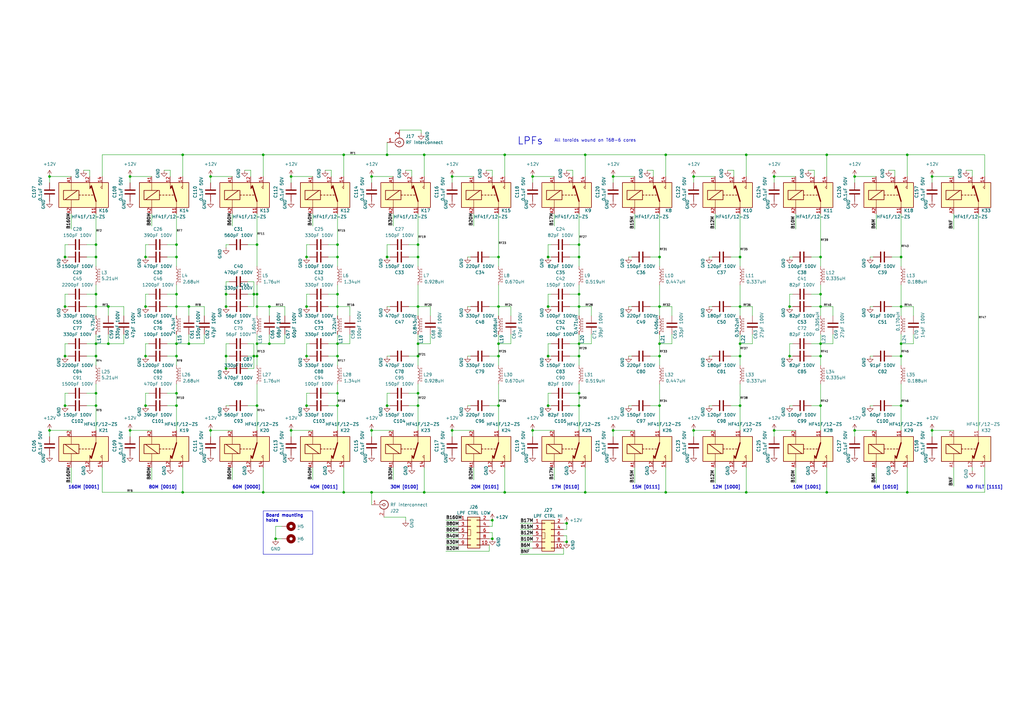
<source format=kicad_sch>
(kicad_sch (version 20231120) (generator "eeschema") (generator_version "8.0")
  (paper "A3")
  (title_block (title "K9HZ 100W 11 Band LPF: Filter board") (date "2024-01-17") (rev "V1.00") (comment 1 "Layout by OG King-KI3P") (comment 2 "Designed by WJ Schmidt-K9HZ"))
  (junction (at 44.45 125.73))
  (junction (at 372.11 63.5))
  (junction (at 336.55 120.65))
  (junction (at 237.49 140.97))
  (junction (at 72.39 105.41))
  (junction (at 207.01 201.93))
  (junction (at 20.32 72.39))
  (junction (at 74.93 63.5))
  (junction (at 232.41 222.25))
  (junction (at 152.4 201.93))
  (junction (at 336.55 166.37))
  (junction (at 72.39 146.05))
  (junction (at 270.51 105.41))
  (junction (at 336.55 105.41))
  (junction (at 119.38 176.53))
  (junction (at 232.41 214.63))
  (junction (at 306.07 201.93))
  (junction (at 270.51 146.05))
  (junction (at 138.43 100.33))
  (junction (at 382.27 176.53))
  (junction (at 44.45 140.97))
  (junction (at 125.73 125.73))
  (junction (at 105.41 125.73))
  (junction (at 218.44 176.53))
  (junction (at 306.07 63.5))
  (junction (at 92.71 151.13))
  (junction (at 171.45 146.05))
  (junction (at 303.53 140.97))
  (junction (at 105.41 140.97))
  (junction (at 273.05 201.93))
  (junction (at 303.53 105.41))
  (junction (at 171.45 125.73))
  (junction (at 173.99 201.93))
  (junction (at 237.49 125.73))
  (junction (at 86.36 72.39))
  (junction (at 369.57 146.05))
  (junction (at 104.14 146.05))
  (junction (at 140.97 201.93))
  (junction (at 53.34 72.39))
  (junction (at 72.39 100.33))
  (junction (at 201.93 213.36))
  (junction (at 39.37 161.29))
  (junction (at 105.41 146.05))
  (junction (at 158.75 166.37))
  (junction (at 77.47 125.73))
  (junction (at 138.43 120.65))
  (junction (at 110.49 125.73))
  (junction (at 369.57 125.73))
  (junction (at 138.43 161.29))
  (junction (at 39.37 120.65))
  (junction (at 224.79 105.41))
  (junction (at 92.71 120.65))
  (junction (at 270.51 140.97))
  (junction (at 303.53 166.37))
  (junction (at 336.55 125.73))
  (junction (at 270.51 125.73))
  (junction (at 173.99 63.5))
  (junction (at 39.37 140.97))
  (junction (at 171.45 166.37))
  (junction (at 140.97 63.5))
  (junction (at 125.73 146.05))
  (junction (at 369.57 140.97))
  (junction (at 39.37 105.41))
  (junction (at 158.75 105.41))
  (junction (at 74.93 201.93))
  (junction (at 201.93 220.98))
  (junction (at 204.47 125.73))
  (junction (at 152.4 72.39))
  (junction (at 369.57 105.41))
  (junction (at 26.67 105.41))
  (junction (at 119.38 72.39))
  (junction (at 107.95 201.93))
  (junction (at 284.48 72.39))
  (junction (at 237.49 105.41))
  (junction (at 152.4 176.53))
  (junction (at 323.85 146.05))
  (junction (at 138.43 125.73))
  (junction (at 59.69 166.37))
  (junction (at 107.95 63.5))
  (junction (at 110.49 140.97))
  (junction (at 105.41 120.65))
  (junction (at 86.36 176.53))
  (junction (at 224.79 166.37))
  (junction (at 171.45 100.33))
  (junction (at 204.47 146.05))
  (junction (at 72.39 161.29))
  (junction (at 224.79 125.73))
  (junction (at 39.37 166.37))
  (junction (at 270.51 166.37))
  (junction (at 224.79 146.05))
  (junction (at 303.53 146.05))
  (junction (at 26.67 166.37))
  (junction (at 207.01 63.5))
  (junction (at 77.47 140.97))
  (junction (at 317.5 176.53))
  (junction (at 59.69 105.41))
  (junction (at 240.03 201.93))
  (junction (at 20.32 176.53))
  (junction (at 72.39 125.73))
  (junction (at 237.49 146.05))
  (junction (at 26.67 125.73))
  (junction (at 125.73 166.37))
  (junction (at 251.46 72.39))
  (junction (at 240.03 63.5))
  (junction (at 104.14 120.65))
  (junction (at 26.67 146.05))
  (junction (at 237.49 100.33))
  (junction (at 339.09 201.93))
  (junction (at 204.47 166.37))
  (junction (at 171.45 140.97))
  (junction (at 317.5 72.39))
  (junction (at 138.43 166.37))
  (junction (at 185.42 72.39))
  (junction (at 59.69 146.05))
  (junction (at 339.09 63.5))
  (junction (at 138.43 140.97))
  (junction (at 138.43 146.05))
  (junction (at 237.49 120.65))
  (junction (at 72.39 120.65))
  (junction (at 39.37 125.73))
  (junction (at 39.37 146.05))
  (junction (at 204.47 140.97))
  (junction (at 105.41 166.37))
  (junction (at 323.85 125.73))
  (junction (at 113.03 220.98))
  (junction (at 171.45 105.41))
  (junction (at 158.75 63.5))
  (junction (at 350.52 176.53))
  (junction (at 273.05 63.5))
  (junction (at 171.45 161.29))
  (junction (at 336.55 146.05))
  (junction (at 303.53 125.73))
  (junction (at 372.11 201.93))
  (junction (at 72.39 166.37))
  (junction (at 59.69 125.73))
  (junction (at 53.34 176.53))
  (junction (at 251.46 176.53))
  (junction (at 336.55 140.97))
  (junction (at 350.52 72.39))
  (junction (at 218.44 72.39))
  (junction (at 92.71 125.73))
  (junction (at 185.42 176.53))
  (junction (at 369.57 166.37))
  (junction (at 284.48 176.53))
  (junction (at 92.71 146.05))
  (junction (at 382.27 72.39))
  (junction (at 72.39 140.97))
  (junction (at 125.73 105.41))
  (junction (at 204.47 105.41))
  (junction (at 105.41 100.33))
  (junction (at 138.43 105.41))
  (junction (at 237.49 166.37))
  (junction (at 237.49 161.29))
  (junction (at 39.37 100.33))
  (wire (pts (xy 92.71 125.73) (xy 93.98 125.73)))
  (wire (pts (xy 53.34 72.39) (xy 53.34 74.93)))
  (wire (pts (xy 171.45 146.05) (xy 171.45 149.86)))
  (wire (pts (xy 336.55 140.97) (xy 341.63 140.97)))
  (wire (pts (xy 171.45 100.33) (xy 171.45 105.41)))
  (wire (pts (xy 35.56 161.29) (xy 39.37 161.29)))
  (wire (pts (xy 35.56 105.41) (xy 39.37 105.41)))
  (wire (pts (xy 168.91 69.85) (xy 166.37 69.85)))
  (wire (pts (xy 104.14 115.57) (xy 104.14 120.65)))
  (wire (pts (xy 140.97 201.93) (xy 152.4 201.93)))
  (wire (pts (xy 233.68 146.05) (xy 237.49 146.05)))
  (wire (pts (xy 105.41 125.73) (xy 110.49 125.73)))
  (wire (pts (xy 72.39 120.65) (xy 72.39 125.73)))
  (wire (pts (xy 237.49 166.37) (xy 237.49 176.53)))
  (wire (pts (xy 191.77 105.41) (xy 193.04 105.41)))
  (wire (pts (xy 93.98 120.65) (xy 92.71 120.65)))
  (wire (pts (xy 303.53 166.37) (xy 303.53 176.53)))
  (wire (pts (xy 35.56 125.73) (xy 39.37 125.73)))
  (wire (pts (xy 207.01 191.77) (xy 207.01 201.93)))
  (wire (pts (xy 74.93 72.39) (xy 74.93 63.5)))
  (wire (pts (xy 50.8 125.73) (xy 50.8 129.54)))
  (wire (pts (xy 171.45 87.63) (xy 171.45 100.33)))
  (wire (pts (xy 92.71 151.13) (xy 93.98 151.13)))
  (wire (pts (xy 26.67 125.73) (xy 27.94 125.73)))
  (wire (pts (xy 92.71 115.57) (xy 92.71 120.65)))
  (wire (pts (xy 267.97 69.85) (xy 265.43 69.85)))
  (wire (pts (xy 161.29 191.77) (xy 161.29 196.85)))
  (wire (pts (xy 290.83 146.05) (xy 292.1 146.05)))
  (wire (pts (xy 200.66 125.73) (xy 204.47 125.73)))
  (wire (pts (xy 270.51 87.63) (xy 270.51 105.41)))
  (wire (pts (xy 59.69 125.73) (xy 60.96 125.73)))
  (wire (pts (xy 93.98 100.33) (xy 92.71 100.33)))
  (wire (pts (xy 382.27 72.39) (xy 391.16 72.39)))
  (wire (pts (xy 336.55 105.41) (xy 336.55 109.22)))
  (wire (pts (xy 336.55 137.16) (xy 336.55 140.97)))
  (wire (pts (xy 207.01 201.93) (xy 240.03 201.93)))
  (wire (pts (xy 138.43 161.29) (xy 138.43 157.48)))
  (wire (pts (xy 101.6 151.13) (xy 104.14 151.13)))
  (wire (pts (xy 152.4 72.39) (xy 161.29 72.39)))
  (wire (pts (xy 401.32 87.63) (xy 401.32 176.53)))
  (wire (pts (xy 213.36 219.71) (xy 218.44 219.71)))
  (wire (pts (xy 72.39 125.73) (xy 72.39 129.54)))
  (wire (pts (xy 27.94 100.33) (xy 26.67 100.33)))
  (wire (pts (xy 134.62 105.41) (xy 138.43 105.41)))
  (wire (pts (xy 226.06 140.97) (xy 224.79 140.97)))
  (wire (pts (xy 59.69 166.37) (xy 60.96 166.37)))
  (wire (pts (xy 107.95 201.93) (xy 140.97 201.93)))
  (wire (pts (xy 369.57 140.97) (xy 369.57 146.05)))
  (wire (pts (xy 138.43 125.73) (xy 143.51 125.73)))
  (wire (pts (xy 369.57 166.37) (xy 369.57 176.53)))
  (wire (pts (xy 62.23 92.71) (xy 62.23 87.63)))
  (wire (pts (xy 201.93 72.39) (xy 201.93 69.85)))
  (wire (pts (xy 134.62 120.65) (xy 138.43 120.65)))
  (wire (pts (xy 171.45 116.84) (xy 171.45 125.73)))
  (wire (pts (xy 233.68 120.65) (xy 237.49 120.65)))
  (wire (pts (xy 224.79 125.73) (xy 226.06 125.73)))
  (wire (pts (xy 116.84 125.73) (xy 116.84 129.54)))
  (wire (pts (xy 372.11 191.77) (xy 372.11 201.93)))
  (wire (pts (xy 251.46 72.39) (xy 251.46 74.93)))
  (wire (pts (xy 382.27 176.53) (xy 391.16 176.53)))
  (wire (pts (xy 403.86 72.39) (xy 403.86 63.5)))
  (wire (pts (xy 138.43 87.63) (xy 138.43 100.33)))
  (wire (pts (xy 35.56 120.65) (xy 39.37 120.65)))
  (wire (pts (xy 72.39 105.41) (xy 72.39 109.22)))
  (wire (pts (xy 102.87 72.39) (xy 102.87 69.85)))
  (wire (pts (xy 369.57 140.97) (xy 374.65 140.97)))
  (wire (pts (xy 172.72 54.61) (xy 172.72 53.34)))
  (wire (pts (xy 266.7 105.41) (xy 270.51 105.41)))
  (wire (pts (xy 227.33 92.71) (xy 227.33 87.63)))
  (wire (pts (xy 226.06 161.29) (xy 224.79 161.29)))
  (wire (pts (xy 27.94 140.97) (xy 26.67 140.97)))
  (wire (pts (xy 233.68 125.73) (xy 237.49 125.73)))
  (wire (pts (xy 240.03 63.5) (xy 240.03 72.39)))
  (wire (pts (xy 356.87 125.73) (xy 358.14 125.73)))
  (wire (pts (xy 53.34 176.53) (xy 53.34 179.07)))
  (wire (pts (xy 104.14 125.73) (xy 104.14 120.65)))
  (wire (pts (xy 336.55 125.73) (xy 341.63 125.73)))
  (wire (pts (xy 59.69 100.33) (xy 59.69 105.41)))
  (wire (pts (xy 101.6 146.05) (xy 104.14 146.05)))
  (wire (pts (xy 306.07 201.93) (xy 339.09 201.93)))
  (wire (pts (xy 110.49 140.97) (xy 116.84 140.97)))
  (wire (pts (xy 391.16 199.39) (xy 391.16 191.77)))
  (wire (pts (xy 237.49 166.37) (xy 237.49 161.29)))
  (wire (pts (xy 224.79 100.33) (xy 224.79 105.41)))
  (wire (pts (xy 201.93 220.98) (xy 200.66 220.98)))
  (wire (pts (xy 308.61 137.16) (xy 308.61 140.97)))
  (wire (pts (xy 306.07 191.77) (xy 306.07 201.93)))
  (wire (pts (xy 303.53 140.97) (xy 308.61 140.97)))
  (wire (pts (xy 93.98 140.97) (xy 92.71 140.97)))
  (wire (pts (xy 168.91 72.39) (xy 168.91 69.85)))
  (wire (pts (xy 204.47 87.63) (xy 204.47 105.41)))
  (wire (pts (xy 306.07 63.5) (xy 339.09 63.5)))
  (wire (pts (xy 237.49 125.73) (xy 242.57 125.73)))
  (wire (pts (xy 105.41 140.97) (xy 110.49 140.97)))
  (wire (pts (xy 26.67 100.33) (xy 26.67 105.41)))
  (wire (pts (xy 39.37 161.29) (xy 39.37 157.48)))
  (wire (pts (xy 231.14 227.33) (xy 231.14 224.79)))
  (wire (pts (xy 398.78 191.77) (xy 398.78 193.04)))
  (wire (pts (xy 391.16 93.98) (xy 391.16 87.63)))
  (wire (pts (xy 237.49 146.05) (xy 237.49 149.86)))
  (wire (pts (xy 303.53 157.48) (xy 303.53 166.37)))
  (wire (pts (xy 101.6 125.73) (xy 104.14 125.73)))
  (wire (pts (xy 72.39 140.97) (xy 77.47 140.97)))
  (wire (pts (xy 125.73 166.37) (xy 127 166.37)))
  (wire (pts (xy 41.91 72.39) (xy 41.91 63.5)))
  (wire (pts (xy 204.47 140.97) (xy 209.55 140.97)))
  (wire (pts (xy 152.4 176.53) (xy 152.4 179.07)))
  (wire (pts (xy 125.73 100.33) (xy 125.73 105.41)))
  (wire (pts (xy 213.36 224.79) (xy 218.44 224.79)))
  (wire (pts (xy 299.72 166.37) (xy 303.53 166.37)))
  (wire (pts (xy 237.49 105.41) (xy 237.49 109.22)))
  (wire (pts (xy 226.06 120.65) (xy 224.79 120.65)))
  (wire (pts (xy 270.51 166.37) (xy 270.51 176.53)))
  (wire (pts (xy 200.66 215.9) (xy 201.93 215.9)))
  (wire (pts (xy 290.83 105.41) (xy 292.1 105.41)))
  (wire (pts (xy 336.55 140.97) (xy 336.55 146.05)))
  (wire (pts (xy 105.41 87.63) (xy 105.41 100.33)))
  (wire (pts (xy 273.05 201.93) (xy 306.07 201.93)))
  (wire (pts (xy 39.37 125.73) (xy 44.45 125.73)))
  (wire (pts (xy 86.36 176.53) (xy 86.36 179.07)))
  (wire (pts (xy 104.14 146.05) (xy 105.41 146.05)))
  (wire (pts (xy 134.62 140.97) (xy 138.43 140.97)))
  (wire (pts (xy 101.6 100.33) (xy 105.41 100.33)))
  (wire (pts (xy 107.95 63.5) (xy 140.97 63.5)))
  (wire (pts (xy 105.41 116.84) (xy 105.41 120.65)))
  (wire (pts (xy 218.44 72.39) (xy 218.44 74.93)))
  (wire (pts (xy 158.75 166.37) (xy 160.02 166.37)))
  (wire (pts (xy 275.59 137.16) (xy 275.59 140.97)))
  (wire (pts (xy 213.36 222.25) (xy 218.44 222.25)))
  (wire (pts (xy 72.39 87.63) (xy 72.39 100.33)))
  (wire (pts (xy 138.43 120.65) (xy 138.43 125.73)))
  (wire (pts (xy 160.02 100.33) (xy 158.75 100.33)))
  (wire (pts (xy 185.42 176.53) (xy 185.42 179.07)))
  (wire (pts (xy 200.66 226.06) (xy 200.66 223.52)))
  (wire (pts (xy 92.71 146.05) (xy 93.98 146.05)))
  (wire (pts (xy 204.47 137.16) (xy 204.47 140.97)))
  (wire (pts (xy 138.43 137.16) (xy 138.43 140.97)))
  (wire (pts (xy 336.55 125.73) (xy 336.55 129.54)))
  (wire (pts (xy 138.43 166.37) (xy 138.43 176.53)))
  (wire (pts (xy 224.79 140.97) (xy 224.79 146.05)))
  (wire (pts (xy 237.49 137.16) (xy 237.49 140.97)))
  (wire (pts (xy 140.97 63.5) (xy 158.75 63.5)))
  (wire (pts (xy 161.29 92.71) (xy 161.29 87.63)))
  (wire (pts (xy 77.47 125.73) (xy 83.82 125.73)))
  (wire (pts (xy 237.49 140.97) (xy 237.49 146.05)))
  (wire (pts (xy 251.46 72.39) (xy 260.35 72.39)))
  (wire (pts (xy 105.41 140.97) (xy 105.41 146.05)))
  (wire (pts (xy 224.79 166.37) (xy 226.06 166.37)))
  (wire (pts (xy 116.84 140.97) (xy 116.84 137.16)))
  (wire (pts (xy 171.45 137.16) (xy 171.45 140.97)))
  (wire (pts (xy 158.75 161.29) (xy 158.75 166.37)))
  (wire (pts (xy 369.57 157.48) (xy 369.57 166.37)))
  (wire (pts (xy 323.85 125.73) (xy 325.12 125.73)))
  (wire (pts (xy 138.43 125.73) (xy 138.43 129.54)))
  (wire (pts (xy 403.86 191.77) (xy 403.86 201.93)))
  (wire (pts (xy 27.94 120.65) (xy 26.67 120.65)))
  (wire (pts (xy 39.37 166.37) (xy 39.37 176.53)))
  (wire (pts (xy 350.52 176.53) (xy 359.41 176.53)))
  (wire (pts (xy 270.51 125.73) (xy 275.59 125.73)))
  (wire (pts (xy 26.67 140.97) (xy 26.67 146.05)))
  (wire (pts (xy 237.49 116.84) (xy 237.49 120.65)))
  (wire (pts (xy 336.55 116.84) (xy 336.55 120.65)))
  (wire (pts (xy 53.34 176.53) (xy 62.23 176.53)))
  (wire (pts (xy 209.55 125.73) (xy 209.55 129.54)))
  (wire (pts (xy 398.78 72.39) (xy 398.78 69.85)))
  (wire (pts (xy 303.53 116.84) (xy 303.53 125.73)))
  (wire (pts (xy 171.45 161.29) (xy 171.45 157.48)))
  (wire (pts (xy 158.75 105.41) (xy 160.02 105.41)))
  (wire (pts (xy 299.72 105.41) (xy 303.53 105.41)))
  (wire (pts (xy 29.21 93.98) (xy 29.21 87.63)))
  (wire (pts (xy 59.69 161.29) (xy 59.69 166.37)))
  (wire (pts (xy 323.85 105.41) (xy 325.12 105.41)))
  (wire (pts (xy 303.53 140.97) (xy 303.53 146.05)))
  (wire (pts (xy 201.93 215.9) (xy 201.93 213.36)))
  (wire (pts (xy 105.41 100.33) (xy 105.41 109.22)))
  (wire (pts (xy 372.11 201.93) (xy 403.86 201.93)))
  (wire (pts (xy 299.72 146.05) (xy 303.53 146.05)))
  (wire (pts (xy 237.49 140.97) (xy 242.57 140.97)))
  (wire (pts (xy 270.51 157.48) (xy 270.51 166.37)))
  (wire (pts (xy 224.79 105.41) (xy 226.06 105.41)))
  (wire (pts (xy 173.99 201.93) (xy 207.01 201.93)))
  (wire (pts (xy 293.37 198.12) (xy 293.37 191.77)))
  (wire (pts (xy 26.67 166.37) (xy 27.94 166.37)))
  (wire (pts (xy 204.47 125.73) (xy 209.55 125.73)))
  (wire (pts (xy 300.99 72.39) (xy 300.99 69.85)))
  (wire (pts (xy 266.7 125.73) (xy 270.51 125.73)))
  (wire (pts (xy 68.58 146.05) (xy 72.39 146.05)))
  (wire (pts (xy 68.58 166.37) (xy 72.39 166.37)))
  (wire (pts (xy 119.38 72.39) (xy 119.38 74.93)))
  (wire (pts (xy 20.32 72.39) (xy 29.21 72.39)))
  (wire (pts (xy 77.47 137.16) (xy 77.47 140.97)))
  (wire (pts (xy 104.14 120.65) (xy 105.41 120.65)))
  (wire (pts (xy 60.96 100.33) (xy 59.69 100.33)))
  (wire (pts (xy 185.42 176.53) (xy 194.31 176.53)))
  (wire (pts (xy 92.71 100.33) (xy 92.71 101.6)))
  (wire (pts (xy 105.41 120.65) (xy 105.41 125.73)))
  (wire (pts (xy 218.44 72.39) (xy 227.33 72.39)))
  (wire (pts (xy 293.37 93.98) (xy 293.37 87.63)))
  (wire (pts (xy 167.64 100.33) (xy 171.45 100.33)))
  (wire (pts (xy 29.21 198.12) (xy 29.21 191.77)))
  (wire (pts (xy 350.52 176.53) (xy 350.52 179.07)))
  (wire (pts (xy 138.43 166.37) (xy 138.43 161.29)))
  (wire (pts (xy 332.74 146.05) (xy 336.55 146.05)))
  (wire (pts (xy 135.89 69.85) (xy 133.35 69.85)))
  (wire (pts (xy 39.37 140.97) (xy 44.45 140.97)))
  (wire (pts (xy 68.58 120.65) (xy 72.39 120.65)))
  (wire (pts (xy 273.05 72.39) (xy 273.05 63.5)))
  (wire (pts (xy 167.64 146.05) (xy 171.45 146.05)))
  (wire (pts (xy 359.41 198.12) (xy 359.41 191.77)))
  (wire (pts (xy 171.45 140.97) (xy 171.45 146.05)))
  (wire (pts (xy 336.55 146.05) (xy 336.55 149.86)))
  (wire (pts (xy 270.51 140.97) (xy 275.59 140.97)))
  (wire (pts (xy 127 140.97) (xy 125.73 140.97)))
  (wire (pts (xy 152.4 176.53) (xy 161.29 176.53)))
  (wire (pts (xy 369.57 125.73) (xy 369.57 129.54)))
  (wire (pts (xy 356.87 146.05) (xy 358.14 146.05)))
  (wire (pts (xy 284.48 72.39) (xy 284.48 74.93)))
  (wire (pts (xy 74.93 201.93) (xy 107.95 201.93)))
  (wire (pts (xy 39.37 140.97) (xy 39.37 146.05)))
  (wire (pts (xy 341.63 125.73) (xy 341.63 129.54)))
  (wire (pts (xy 233.68 105.41) (xy 237.49 105.41)))
  (wire (pts (xy 110.49 125.73) (xy 110.49 129.54)))
  (wire (pts (xy 237.49 87.63) (xy 237.49 100.33)))
  (wire (pts (xy 372.11 72.39) (xy 372.11 63.5)))
  (wire (pts (xy 266.7 166.37) (xy 270.51 166.37)))
  (wire (pts (xy 83.82 140.97) (xy 83.82 137.16)))
  (wire (pts (xy 231.14 214.63) (xy 232.41 214.63)))
  (wire (pts (xy 350.52 72.39) (xy 350.52 74.93)))
  (wire (pts (xy 39.37 137.16) (xy 39.37 140.97)))
  (wire (pts (xy 341.63 137.16) (xy 341.63 140.97)))
  (wire (pts (xy 332.74 166.37) (xy 336.55 166.37)))
  (wire (pts (xy 356.87 105.41) (xy 358.14 105.41)))
  (wire (pts (xy 171.45 166.37) (xy 171.45 176.53)))
  (wire (pts (xy 72.39 146.05) (xy 72.39 149.86)))
  (wire (pts (xy 59.69 140.97) (xy 59.69 146.05)))
  (wire (pts (xy 167.64 161.29) (xy 171.45 161.29)))
  (wire (pts (xy 273.05 191.77) (xy 273.05 201.93)))
  (wire (pts (xy 382.27 176.53) (xy 382.27 179.07)))
  (wire (pts (xy 125.73 105.41) (xy 127 105.41)))
  (wire (pts (xy 317.5 176.53) (xy 326.39 176.53)))
  (wire (pts (xy 167.64 105.41) (xy 171.45 105.41)))
  (wire (pts (xy 127 100.33) (xy 125.73 100.33)))
  (wire (pts (xy 72.39 125.73) (xy 77.47 125.73)))
  (wire (pts (xy 194.31 191.77) (xy 194.31 196.85)))
  (wire (pts (xy 365.76 125.73) (xy 369.57 125.73)))
  (wire (pts (xy 173.99 63.5) (xy 173.99 72.39)))
  (wire (pts (xy 182.88 226.06) (xy 200.66 226.06)))
  (wire (pts (xy 41.91 201.93) (xy 74.93 201.93)))
  (wire (pts (xy 74.93 191.77) (xy 74.93 201.93)))
  (wire (pts (xy 317.5 72.39) (xy 326.39 72.39)))
  (wire (pts (xy 127 161.29) (xy 125.73 161.29)))
  (wire (pts (xy 158.75 100.33) (xy 158.75 105.41)))
  (wire (pts (xy 204.47 146.05) (xy 204.47 149.86)))
  (wire (pts (xy 72.39 140.97) (xy 72.39 146.05)))
  (wire (pts (xy 125.73 140.97) (xy 125.73 146.05)))
  (wire (pts (xy 105.41 146.05) (xy 105.41 149.86)))
  (wire (pts (xy 69.85 72.39) (xy 69.85 69.85)))
  (wire (pts (xy 332.74 125.73) (xy 336.55 125.73)))
  (wire (pts (xy 240.03 63.5) (xy 273.05 63.5)))
  (wire (pts (xy 119.38 176.53) (xy 128.27 176.53)))
  (wire (pts (xy 200.66 146.05) (xy 204.47 146.05)))
  (wire (pts (xy 213.36 217.17) (xy 218.44 217.17)))
  (wire (pts (xy 134.62 146.05) (xy 138.43 146.05)))
  (wire (pts (xy 107.95 63.5) (xy 107.95 72.39)))
  (wire (pts (xy 356.87 166.37) (xy 358.14 166.37)))
  (wire (pts (xy 237.49 120.65) (xy 237.49 125.73)))
  (wire (pts (xy 332.74 140.97) (xy 336.55 140.97)))
  (wire (pts (xy 191.77 166.37) (xy 193.04 166.37)))
  (wire (pts (xy 234.95 72.39) (xy 234.95 69.85)))
  (wire (pts (xy 128.27 92.71) (xy 128.27 87.63)))
  (wire (pts (xy 207.01 63.5) (xy 207.01 72.39)))
  (wire (pts (xy 152.4 72.39) (xy 152.4 74.93)))
  (wire (pts (xy 35.56 166.37) (xy 39.37 166.37)))
  (wire (pts (xy 332.74 105.41) (xy 336.55 105.41)))
  (wire (pts (xy 369.57 146.05) (xy 369.57 149.86)))
  (wire (pts (xy 157.48 212.09) (xy 166.37 212.09)))
  (wire (pts (xy 339.09 201.93) (xy 372.11 201.93)))
  (wire (pts (xy 303.53 87.63) (xy 303.53 105.41)))
  (wire (pts (xy 68.58 125.73) (xy 72.39 125.73)))
  (wire (pts (xy 92.71 151.13) (xy 92.71 146.05)))
  (wire (pts (xy 350.52 72.39) (xy 359.41 72.39)))
  (wire (pts (xy 171.45 105.41) (xy 171.45 109.22)))
  (wire (pts (xy 231.14 217.17) (xy 232.41 217.17)))
  (wire (pts (xy 182.88 220.98) (xy 187.96 220.98)))
  (wire (pts (xy 251.46 176.53) (xy 251.46 179.07)))
  (wire (pts (xy 125.73 146.05) (xy 127 146.05)))
  (wire (pts (xy 158.75 125.73) (xy 160.02 125.73)))
  (wire (pts (xy 125.73 125.73) (xy 127 125.73)))
  (wire (pts (xy 218.44 176.53) (xy 227.33 176.53)))
  (wire (pts (xy 110.49 137.16) (xy 110.49 140.97)))
  (wire (pts (xy 138.43 116.84) (xy 138.43 120.65)))
  (wire (pts (xy 267.97 72.39) (xy 267.97 69.85)))
  (wire (pts (xy 35.56 140.97) (xy 39.37 140.97)))
  (wire (pts (xy 284.48 72.39) (xy 293.37 72.39)))
  (wire (pts (xy 224.79 120.65) (xy 224.79 125.73)))
  (wire (pts (xy 101.6 115.57) (xy 104.14 115.57)))
  (wire (pts (xy 326.39 93.98) (xy 326.39 87.63)))
  (wire (pts (xy 339.09 63.5) (xy 372.11 63.5)))
  (wire (pts (xy 240.03 201.93) (xy 240.03 191.77)))
  (wire (pts (xy 68.58 140.97) (xy 72.39 140.97)))
  (wire (pts (xy 303.53 125.73) (xy 308.61 125.73)))
  (wire (pts (xy 171.45 166.37) (xy 171.45 161.29)))
  (wire (pts (xy 127 120.65) (xy 125.73 120.65)))
  (wire (pts (xy 336.55 157.48) (xy 336.55 166.37)))
  (wire (pts (xy 290.83 166.37) (xy 292.1 166.37)))
  (wire (pts (xy 68.58 100.33) (xy 72.39 100.33)))
  (wire (pts (xy 317.5 72.39) (xy 317.5 74.93)))
  (wire (pts (xy 233.68 166.37) (xy 237.49 166.37)))
  (wire (pts (xy 182.88 223.52) (xy 187.96 223.52)))
  (wire (pts (xy 284.48 176.53) (xy 293.37 176.53)))
  (wire (pts (xy 257.81 105.41) (xy 259.08 105.41)))
  (wire (pts (xy 273.05 63.5) (xy 306.07 63.5)))
  (wire (pts (xy 209.55 137.16) (xy 209.55 140.97)))
  (wire (pts (xy 275.59 125.73) (xy 275.59 129.54)))
  (wire (pts (xy 26.67 105.41) (xy 27.94 105.41)))
  (wire (pts (xy 257.81 146.05) (xy 259.08 146.05)))
  (wire (pts (xy 224.79 161.29) (xy 224.79 166.37)))
  (wire (pts (xy 365.76 166.37) (xy 369.57 166.37)))
  (wire (pts (xy 339.09 191.77) (xy 339.09 201.93)))
  (wire (pts (xy 72.39 137.16) (xy 72.39 140.97)))
  (wire (pts (xy 369.57 116.84) (xy 369.57 125.73)))
  (wire (pts (xy 257.81 125.73) (xy 259.08 125.73)))
  (wire (pts (xy 308.61 125.73) (xy 308.61 129.54)))
  (wire (pts (xy 227.33 191.77) (xy 227.33 196.85)))
  (wire (pts (xy 290.83 125.73) (xy 292.1 125.73)))
  (wire (pts (xy 185.42 72.39) (xy 194.31 72.39)))
  (wire (pts (xy 152.4 201.93) (xy 152.4 207.01)))
  (wire (pts (xy 72.39 166.37) (xy 72.39 176.53)))
  (wire (pts (xy 233.68 161.29) (xy 237.49 161.29)))
  (wire (pts (xy 365.76 146.05) (xy 369.57 146.05)))
  (wire (pts (xy 83.82 125.73) (xy 83.82 129.54)))
  (wire (pts (xy 140.97 63.5) (xy 140.97 72.39)))
  (wire (pts (xy 44.45 140.97) (xy 50.8 140.97)))
  (wire (pts (xy 77.47 125.73) (xy 77.47 129.54)))
  (wire (pts (xy 369.57 105.41) (xy 369.57 109.22)))
  (wire (pts (xy 101.6 140.97) (xy 104.14 140.97)))
  (wire (pts (xy 204.47 105.41) (xy 204.47 109.22)))
  (wire (pts (xy 325.12 120.65) (xy 323.85 120.65)))
  (wire (pts (xy 257.81 166.37) (xy 259.08 166.37)))
  (wire (pts (xy 234.95 69.85) (xy 232.41 69.85)))
  (wire (pts (xy 200.66 218.44) (xy 201.93 218.44)))
  (wire (pts (xy 323.85 120.65) (xy 323.85 125.73)))
  (wire (pts (xy 86.36 176.53) (xy 95.25 176.53)))
  (wire (pts (xy 41.91 191.77) (xy 41.91 201.93)))
  (wire (pts (xy 173.99 63.5) (xy 207.01 63.5)))
  (wire (pts (xy 242.57 125.73) (xy 242.57 129.54)))
  (wire (pts (xy 232.41 219.71) (xy 232.41 222.25)))
  (wire (pts (xy 138.43 100.33) (xy 138.43 105.41)))
  (wire (pts (xy 299.72 125.73) (xy 303.53 125.73)))
  (wire (pts (xy 20.32 72.39) (xy 20.32 74.93)))
  (wire (pts (xy 359.41 93.98) (xy 359.41 87.63)))
  (wire (pts (xy 374.65 125.73) (xy 374.65 129.54)))
  (wire (pts (xy 95.25 92.71) (xy 95.25 87.63)))
  (wire (pts (xy 72.39 100.33) (xy 72.39 105.41)))
  (wire (pts (xy 233.68 140.97) (xy 237.49 140.97)))
  (wire (pts (xy 398.78 69.85) (xy 396.24 69.85)))
  (wire (pts (xy 36.83 72.39) (xy 36.83 69.85)))
  (wire (pts (xy 231.14 219.71) (xy 232.41 219.71)))
  (wire (pts (xy 201.93 213.36) (xy 200.66 213.36)))
  (wire (pts (xy 204.47 116.84) (xy 204.47 125.73)))
  (wire (pts (xy 323.85 146.05) (xy 325.12 146.05)))
  (wire (pts (xy 367.03 72.39) (xy 367.03 69.85)))
  (wire (pts (xy 303.53 125.73) (xy 303.53 129.54)))
  (wire (pts (xy 194.31 92.71) (xy 194.31 87.63)))
  (wire (pts (xy 300.99 69.85) (xy 298.45 69.85)))
  (wire (pts (xy 68.58 105.41) (xy 72.39 105.41)))
  (wire (pts (xy 74.93 63.5) (xy 107.95 63.5)))
  (wire (pts (xy 213.36 227.33) (xy 231.14 227.33)))
  (wire (pts (xy 60.96 161.29) (xy 59.69 161.29)))
  (wire (pts (xy 166.37 213.36) (xy 166.37 212.09)))
  (wire (pts (xy 53.34 72.39) (xy 62.23 72.39)))
  (wire (pts (xy 72.39 116.84) (xy 72.39 120.65)))
  (wire (pts (xy 138.43 140.97) (xy 138.43 146.05)))
  (wire (pts (xy 59.69 146.05) (xy 60.96 146.05)))
  (wire (pts (xy 104.14 140.97) (xy 104.14 146.05)))
  (wire (pts (xy 59.69 105.41) (xy 60.96 105.41)))
  (wire (pts (xy 77.47 140.97) (xy 83.82 140.97)))
  (wire (pts (xy 119.38 176.53) (xy 119.38 179.07)))
  (wire (pts (xy 27.94 161.29) (xy 26.67 161.29)))
  (wire (pts (xy 382.27 72.39) (xy 382.27 74.93)))
  (wire (pts (xy 204.47 166.37) (xy 204.47 176.53)))
  (wire (pts (xy 86.36 72.39) (xy 95.25 72.39)))
  (wire (pts (xy 372.11 63.5) (xy 403.86 63.5)))
  (wire (pts (xy 303.53 146.05) (xy 303.53 149.86)))
  (wire (pts (xy 143.51 137.16) (xy 143.51 140.97)))
  (wire (pts (xy 138.43 105.41) (xy 138.43 109.22)))
  (wire (pts (xy 270.51 146.05) (xy 270.51 149.86)))
  (wire (pts (xy 231.14 222.25) (xy 232.41 222.25)))
  (wire (pts (xy 39.37 116.84) (xy 39.37 120.65)))
  (wire (pts (xy 39.37 166.37) (xy 39.37 161.29)))
  (wire (pts (xy 303.53 105.41) (xy 303.53 109.22)))
  (wire (pts (xy 105.41 166.37) (xy 105.41 176.53)))
  (wire (pts (xy 26.67 120.65) (xy 26.67 125.73)))
  (wire (pts (xy 266.7 146.05) (xy 270.51 146.05)))
  (wire (pts (xy 334.01 69.85) (xy 331.47 69.85)))
  (wire (pts (xy 317.5 176.53) (xy 317.5 179.07)))
  (wire (pts (xy 233.68 100.33) (xy 237.49 100.33)))
  (wire (pts (xy 92.71 120.65) (xy 92.71 125.73)))
  (wire (pts (xy 44.45 137.16) (xy 44.45 140.97)))
  (wire (pts (xy 201.93 218.44) (xy 201.93 220.98)))
  (wire (pts (xy 339.09 72.39) (xy 339.09 63.5)))
  (wire (pts (xy 303.53 137.16) (xy 303.53 140.97)))
  (wire (pts (xy 270.51 137.16) (xy 270.51 140.97)))
  (wire (pts (xy 336.55 87.63) (xy 336.55 105.41)))
  (wire (pts (xy 35.56 100.33) (xy 39.37 100.33)))
  (wire (pts (xy 237.49 161.29) (xy 237.49 157.48)))
  (wire (pts (xy 284.48 176.53) (xy 284.48 179.07)))
  (wire (pts (xy 204.47 125.73) (xy 204.47 129.54)))
  (wire (pts (xy 134.62 161.29) (xy 138.43 161.29)))
  (wire (pts (xy 59.69 120.65) (xy 59.69 125.73)))
  (wire (pts (xy 26.67 161.29) (xy 26.67 166.37)))
  (wire (pts (xy 176.53 125.73) (xy 176.53 129.54)))
  (wire (pts (xy 92.71 140.97) (xy 92.71 146.05)))
  (wire (pts (xy 191.77 146.05) (xy 193.04 146.05)))
  (wire (pts (xy 226.06 100.33) (xy 224.79 100.33)))
  (wire (pts (xy 134.62 125.73) (xy 138.43 125.73)))
  (wire (pts (xy 332.74 120.65) (xy 336.55 120.65)))
  (wire (pts (xy 270.51 125.73) (xy 270.51 129.54)))
  (wire (pts (xy 93.98 115.57) (xy 92.71 115.57)))
  (wire (pts (xy 152.4 201.93) (xy 173.99 201.93)))
  (wire (pts (xy 72.39 166.37) (xy 72.39 161.29)))
  (wire (pts (xy 160.02 161.29) (xy 158.75 161.29)))
  (wire (pts (xy 237.49 125.73) (xy 237.49 129.54)))
  (wire (pts (xy 20.32 176.53) (xy 29.21 176.53)))
  (wire (pts (xy 191.77 125.73) (xy 193.04 125.73)))
  (wire (pts (xy 336.55 120.65) (xy 336.55 125.73)))
  (wire (pts (xy 325.12 140.97) (xy 323.85 140.97)))
  (wire (pts (xy 128.27 191.77) (xy 128.27 196.85)))
  (wire (pts (xy 369.57 87.63) (xy 369.57 105.41)))
  (wire (pts (xy 270.51 105.41) (xy 270.51 109.22)))
  (wire (pts (xy 39.37 120.65) (xy 39.37 125.73)))
  (wire (pts (xy 125.73 161.29) (xy 125.73 166.37)))
  (wire (pts (xy 336.55 166.37) (xy 336.55 176.53)))
  (wire (pts (xy 119.38 72.39) (xy 128.27 72.39)))
  (wire (pts (xy 182.88 218.44) (xy 187.96 218.44)))
  (wire (pts (xy 101.6 166.37) (xy 105.41 166.37)))
  (wire (pts (xy 69.85 69.85) (xy 67.31 69.85)))
  (wire (pts (xy 95.25 191.77) (xy 95.25 196.85)))
  (wire (pts (xy 138.43 140.97) (xy 143.51 140.97)))
  (wire (pts (xy 72.39 161.29) (xy 72.39 157.48)))
  (wire (pts (xy 158.75 63.5) (xy 173.99 63.5)))
  (wire (pts (xy 251.46 176.53) (xy 260.35 176.53)))
  (wire (pts (xy 213.36 214.63) (xy 218.44 214.63)))
  (wire (pts (xy 172.72 53.34) (xy 163.83 53.34)))
  (wire (pts (xy 173.99 191.77) (xy 173.99 201.93)))
  (wire (pts (xy 171.45 125.73) (xy 171.45 129.54)))
  (wire (pts (xy 334.01 72.39) (xy 334.01 69.85)))
  (wire (pts (xy 365.76 105.41) (xy 369.57 105.41)))
  (wire (pts (xy 104.14 151.13) (xy 104.14 146.05)))
  (wire (pts (xy 50.8 140.97) (xy 50.8 137.16)))
  (wire (pts (xy 86.36 72.39) (xy 86.36 74.93)))
  (wire (pts (xy 105.41 137.16) (xy 105.41 140.97)))
  (wire (pts (xy 113.03 220.98) (xy 115.57 220.98)))
  (wire (pts (xy 39.37 125.73) (xy 39.37 129.54)))
  (wire (pts (xy 39.37 87.63) (xy 39.37 100.33)))
  (wire (pts (xy 204.47 140.97) (xy 204.47 146.05)))
  (wire (pts (xy 158.75 58.42) (xy 158.75 63.5)))
  (wire (pts (xy 105.41 157.48) (xy 105.41 166.37)))
  (wire (pts (xy 204.47 157.48) (xy 204.47 166.37)))
  (wire (pts (xy 26.67 146.05) (xy 27.94 146.05)))
  (wire (pts (xy 60.96 120.65) (xy 59.69 120.65)))
  (wire (pts (xy 110.49 125.73) (xy 116.84 125.73)))
  (wire (pts (xy 240.03 201.93) (xy 273.05 201.93)))
  (wire (pts (xy 306.07 72.39) (xy 306.07 63.5)))
  (wire (pts (xy 113.03 215.9) (xy 113.03 220.98)))
  (wire (pts (xy 60.96 140.97) (xy 59.69 140.97)))
  (wire (pts (xy 105.41 125.73) (xy 105.41 129.54)))
  (wire (pts (xy 260.35 93.98) (xy 260.35 87.63)))
  (wire (pts (xy 68.58 161.29) (xy 72.39 161.29)))
  (wire (pts (xy 134.62 166.37) (xy 138.43 166.37)))
  (wire (pts (xy 92.71 166.37) (xy 93.98 166.37)))
  (wire (pts (xy 41.91 63.5) (xy 74.93 63.5)))
  (wire (pts (xy 107.95 191.77) (xy 107.95 201.93)))
  (wire (pts (xy 20.32 176.53) (xy 20.32 179.07)))
  (wire (pts (xy 270.51 140.97) (xy 270.51 146.05)))
  (wire (pts (xy 39.37 146.05) (xy 39.37 149.86)))
  (wire (pts (xy 207.01 63.5) (xy 240.03 63.5)))
  (wire (pts (xy 143.51 125.73) (xy 143.51 129.54)))
  (wire (pts (xy 200.66 166.37) (xy 204.47 166.37)))
  (wire (pts (xy 167.64 125.73) (xy 171.45 125.73)))
  (wire (pts (xy 36.83 69.85) (xy 34.29 69.85)))
  (wire (pts (xy 62.23 196.85) (xy 62.23 191.77)))
  (wire (pts (xy 44.45 125.73) (xy 50.8 125.73)))
  (wire (pts (xy 367.03 69.85) (xy 364.49 69.85)))
  (wire (pts (xy 171.45 125.73) (xy 176.53 125.73)))
  (wire (pts (xy 44.45 125.73) (xy 44.45 129.54)))
  (wire (pts (xy 260.35 198.12) (xy 260.35 191.77)))
  (wire (pts (xy 167.64 166.37) (xy 171.45 166.37)))
  (wire (pts (xy 374.65 137.16) (xy 374.65 140.97)))
  (wire (pts (xy 134.62 100.33) (xy 138.43 100.33)))
  (wire (pts (xy 237.49 100.33) (xy 237.49 105.41)))
  (wire (pts (xy 270.51 116.84) (xy 270.51 125.73)))
  (wire (pts (xy 138.43 146.05) (xy 138.43 149.86)))
  (wire (pts (xy 140.97 191.77) (xy 140.97 201.93)))
  (wire (pts (xy 102.87 69.85) (xy 100.33 69.85)))
  (wire (pts (xy 323.85 166.37) (xy 325.12 166.37)))
  (wire (pts (xy 182.88 215.9) (xy 187.96 215.9)))
  (wire (pts (xy 158.75 146.05) (xy 160.02 146.05)))
  (wire (pts (xy 200.66 105.41) (xy 204.47 105.41)))
  (wire (pts (xy 35.56 146.05) (xy 39.37 146.05)))
  (wire (pts (xy 201.93 69.85) (xy 199.39 69.85)))
  (wire (pts (xy 326.39 198.12) (xy 326.39 191.77)))
  (wire (pts (xy 232.41 214.63) (xy 232.41 217.17)))
  (wire (pts (xy 101.6 120.65) (xy 104.14 120.65)))
  (wire (pts (xy 242.57 137.16) (xy 242.57 140.97)))
  (wire (pts (xy 224.79 146.05) (xy 226.06 146.05)))
  (wire (pts (xy 171.45 140.97) (xy 176.53 140.97)))
  (wire (pts (xy 115.57 215.9) (xy 113.03 215.9)))
  (wire (pts (xy 323.85 140.97) (xy 323.85 146.05)))
  (wire (pts (xy 39.37 105.41) (xy 39.37 109.22)))
  (wire (pts (xy 125.73 120.65) (xy 125.73 125.73)))
  (wire (pts (xy 182.88 213.36) (xy 187.96 213.36)))
  (wire (pts (xy 369.57 137.16) (xy 369.57 140.97)))
  (wire (pts (xy 218.44 176.53) (xy 218.44 179.07)))
  (wire (pts (xy 369.57 125.73) (xy 374.65 125.73)))
  (wire (pts (xy 185.42 72.39) (xy 185.42 74.93)))
  (wire (pts (xy 39.37 100.33) (xy 39.37 105.41)))
  (wire (pts (xy 135.89 72.39) (xy 135.89 69.85)))
  (wire (pts (xy 176.53 137.16) (xy 176.53 140.97)))
  (text_box "Board mounting holes" (at 107.95 209.55 0) (size 20.32 17.78) (effects (font (size 1.27 1.27) (thickness 0.254) (bold yes)) (justify left top)))
  (text "6M [1010]" (at 358.14 200.66 0) (effects (font (size 1.27 1.27) (bold yes)) (justify left bottom)))
  (text "160M [0001]" (at 27.94 200.66 0) (effects (font (size 1.27 1.27) (bold yes)) (justify left bottom)))
  (text "15M [0111]" (at 259.08 200.66 0) (effects (font (size 1.27 1.27) (bold yes)) (justify left bottom)))
  (text "All toroids wound on T68-6 cores" (at 227.33 58.42 0) (effects (font (size 1.27 1.27)) (justify left bottom)))
  (text "10M [1001]" (at 325.12 200.66 0) (effects (font (size 1.27 1.27) (bold yes)) (justify left bottom)))
  (text "30M [0100]" (at 160.02 200.66 0) (effects (font (size 1.27 1.27) (bold yes)) (justify left bottom)))
  (text "20M [0101]" (at 193.04 200.66 0) (effects (font (size 1.27 1.27) (bold yes)) (justify left bottom)))
  (text "40M [0011]" (at 127 200.66 0) (effects (font (size 1.27 1.27) (bold yes)) (justify left bottom)))
  (text "60M [0000]" (at 95.25 200.66 0) (effects (font (size 1.27 1.27) (bold yes)) (justify left bottom)))
  (text "LPFs" (at 212.09 59.69 0) (effects (font (size 3 3) (thickness 0.254) (bold yes)) (justify left bottom)))
  (text "17M [0110]" (at 226.06 200.66 0) (effects (font (size 1.27 1.27) (bold yes)) (justify left bottom)))
  (text "12M [1000]" (at 292.1 200.66 0) (effects (font (size 1.27 1.27) (bold yes)) (justify left bottom)))
  (text "80M [0010]" (at 60.96 200.66 0) (effects (font (size 1.27 1.27) (bold yes)) (justify left bottom)))
  (text "NO FILT [1111]" (at 396.24 200.66 0) (effects (font (size 1.27 1.27) (bold yes)) (justify left bottom)))
  (label "B10M" (at 326.39 198.12 90) (effects (font (bold yes))))
  (label "RF3" (at 41.91 125.73 0) (effects (font (size 0.8 0.8))))
  (label "B40M" (at 128.27 92.71 90) (effects (font (bold yes))))
  (label "B17M" (at 227.33 92.71 90) (effects (font (bold yes))))
  (label "B15M" (at 213.36 217.17 0) (effects (font (bold yes))))
  (label "B6M" (at 359.41 198.12 90) (effects (font (bold yes))))
  (label "RF45" (at 369.57 144.78 0) (effects (font (size 0.8 0.8))))
  (label "B160M" (at 29.21 198.12 90) (effects (font (bold yes))))
  (label "RF18" (at 138.43 165.1 0) (effects (font (size 0.8 0.8))))
  (label "B40M" (at 128.27 196.85 90) (effects (font (bold yes))))
  (label "RF46" (at 369.57 165.1 0) (effects (font (size 0.8 0.8))))
  (label "B10M" (at 213.36 222.25 0) (effects (font (bold yes))))
  (label "RF24" (at 207.01 125.73 0) (effects (font (size 0.8 0.8))))
  (label "RF42" (at 336.55 165.1 0) (effects (font (size 0.8 0.8))))
  (label "RF21" (at 171.45 146.05 0) (effects (font (size 0.8 0.8))))
  (label "B12M" (at 293.37 198.12 90) (effects (font (bold yes))))
  (label "RF37" (at 303.53 143.51 0) (effects (font (size 0.8 0.8))))
  (label "B20M" (at 194.31 196.85 90) (effects (font (bold yes))))
  (label "B80M" (at 62.23 196.85 90) (effects (font (bold yes))))
  (label "RF25" (at 204.47 144.78 0) (effects (font (size 0.8 0.8))))
  (label "B80M" (at 62.23 92.71 90) (effects (font (bold yes))))
  (label "RF14" (at 105.41 168.91 0) (effects (font (size 0.8 0.8))))
  (label "RF10" (at 72.39 163.83 0) (effects (font (size 0.8 0.8))))
  (label "B30M" (at 161.29 92.71 90) (effects (font (bold yes))))
  (label "RF34" (at 270.51 165.1 0) (effects (font (size 0.8 0.8))))
  (label "RF36" (at 304.8 125.73 0) (effects (font (size 0.8 0.8))))
  (label "RF30" (at 237.49 163.83 0) (effects (font (size 0.8 0.8))))
  (label "RF31" (at 270.51 102.87 0) (effects (font (size 0.8 0.8))))
  (label "B12M" (at 213.36 219.71 0) (effects (font (bold yes))))
  (label "BNF" (at 391.16 199.39 90) (effects (font (bold yes))))
  (label "RF32" (at 271.78 125.73 0) (effects (font (size 0.8 0.8))))
  (label "B20M" (at 182.88 226.06 0) (effects (font (bold yes))))
  (label "RF2" (at 39.37 95.25 0) (effects (font (size 0.8 0.8))))
  (label "RF19" (at 171.45 97.79 0) (effects (font (size 0.8 0.8))))
  (label "RF43" (at 369.57 101.6 0) (effects (font (size 0.8 0.8))))
  (label "RF16" (at 142.24 125.73 0) (effects (font (size 0.8 0.8))))
  (label "RF7" (at 72.39 95.25 0) (effects (font (size 0.8 0.8))))
  (label "B17M" (at 213.36 214.63 0) (effects (font (bold yes))))
  (label "B60M" (at 95.25 196.85 90) (effects (font (bold yes))))
  (label "B60M" (at 95.25 92.71 90) (effects (font (bold yes))))
  (label "RF44" (at 370.84 125.73 0) (effects (font (size 0.8 0.8))))
  (label "B20M" (at 194.31 92.71 90) (effects (font (bold yes))))
  (label "RF29" (at 237.49 143.51 0) (effects (font (size 0.8 0.8))))
  (label "B15M" (at 260.35 93.98 90) (effects (font (bold yes))))
  (label "RF27" (at 237.49 97.79 0) (effects (font (size 0.8 0.8))))
  (label "B10M" (at 326.39 93.98 90) (effects (font (bold yes))))
  (label "RF9" (at 72.39 148.59 0) (effects (font (size 0.8 0.8))))
  (label "B40M" (at 182.88 220.98 0) (effects (font (bold yes))))
  (label "B30M" (at 182.88 223.52 0) (effects (font (bold yes))))
  (label "RF20" (at 173.99 125.73 0) (effects (font (size 0.8 0.8))))
  (label "RF26" (at 204.47 165.1 0) (effects (font (size 0.8 0.8))))
  (label "RF38" (at 303.53 163.83 0) (effects (font (size 0.8 0.8))))
  (label "RF11" (at 105.41 96.52 0) (effects (font (size 0.8 0.8))))
  (label "RF47" (at 401.32 130.81 0) (effects (font (size 0.8 0.8))))
  (label "B30M" (at 161.29 196.85 90) (effects (font (bold yes))))
  (label "B6M" (at 359.41 93.98 90) (effects (font (bold yes))))
  (label "BNF" (at 213.36 227.33 0) (effects (font (bold yes))))
  (label "BNF" (at 391.16 93.98 90) (effects (font (bold yes))))
  (label "RF28" (at 240.03 125.73 0) (effects (font (size 0.8 0.8))))
  (label "B60M" (at 182.88 218.44 0) (effects (font (bold yes))))
  (label "RF8" (at 80.01 125.73 0) (effects (font (size 0.8 0.8))))
  (label "RF23" (at 204.47 100.33 0) (effects (font (size 0.8 0.8))))
  (label "RF15" (at 138.43 95.25 0) (effects (font (size 0.8 0.8))))
  (label "RF39" (at 336.55 99.06 0) (effects (font (size 0.8 0.8))))
  (label "RF4" (at 39.37 148.59 0) (effects (font (size 0.8 0.8))))
  (label "B15M" (at 260.35 198.12 90) (effects (font (bold yes))))
  (label "RF5" (at 39.37 168.91 0) (effects (font (size 0.8 0.8))))
  (label "B160M" (at 182.88 213.36 0) (effects (font (bold yes))))
  (label "RF33" (at 270.51 144.78 0) (effects (font (size 0.8 0.8))))
  (label "RF40" (at 337.82 125.73 0) (effects (font (size 0.8 0.8))))
  (label "RF1" (at 143.51 63.5 0) (effects (font (size 0.8 0.8))))
  (label "B80M" (at 182.88 215.9 0) (effects (font (bold yes))))
  (label "RF6" (at 52.07 201.93 0) (effects (font (size 0.8 0.8))))
  (label "RF41" (at 336.55 144.78 0) (effects (font (size 0.8 0.8))))
  (label "B160M" (at 29.21 93.98 90) (effects (font (bold yes))))
  (label "RF35" (at 303.53 102.87 0) (effects (font (size 0.8 0.8))))
  (label "B17M" (at 227.33 196.85 90) (effects (font (bold yes))))
  (label "RF17" (at 138.43 148.59 0) (effects (font (size 0.8 0.8))))
  (label "RF12" (at 113.03 125.73 0) (effects (font (size 0.8 0.8))))
  (label "RF22" (at 171.45 163.83 0) (effects (font (size 0.8 0.8))))
  (label "RF13" (at 105.41 144.78 0) (effects (font (size 0.8 0.8))))
  (label "B6M" (at 213.36 224.79 0) (effects (font (bold yes))))
  (label "B12M" (at 293.37 93.98 90) (effects (font (bold yes))))
  (symbol (lib_id "power:+12V") (at 86.36 176.53 0) (unit 1)
    (property "Reference" "#PWR073" (effects (hide yes)))
    (property "Value" "+12V" (at 86.36 171.45 0))
  )
  (symbol (lib_id "power:+12V") (at 20.32 176.53 0) (unit 1)
    (property "Reference" "#PWR063" (effects (hide yes)))
    (property "Value" "+12V" (at 20.32 171.45 0))
  )
  (symbol (lib_id "power:+12V") (at 20.32 72.39 0) (unit 1)
    (property "Reference" "#PWR065" (effects (hide yes)))
    (property "Value" "+12V" (at 20.32 67.31 0))
  )
  (symbol (lib_id "power:GND") (at 265.43 69.85 0) (mirror y) (unit 1)
    (property "Reference" "#PWR0123" (effects (hide yes)))
    (property "Value" "GND" (at 262.89 71.12 90))
  )
  (symbol (lib_id "power:GND") (at 59.69 166.37 0) (mirror y) (unit 1)
    (property "Reference" "#PWR051" (effects (hide yes)))
    (property "Value" "GND" (at 57.15 168.91 90))
  )
  (symbol (lib_id "power:+12V") (at 251.46 176.53 0) (unit 1)
    (property "Reference" "#PWR0117" (effects (hide yes)))
    (property "Value" "+12V" (at 251.46 171.45 0))
  )
  (symbol (lib_id "Device:C") (at 350.52 78.74 0) (mirror y) (unit 1)
    (property "Reference" "C126" (at 344.17 78.74 90))
    (property "Value" "0.1uF 50V" (at 346.71 77.47 90))
    (property "Footprint" "Capacitor_SMD:C_1206_3216Metric" (effects (hide yes)))
    (property "Mouser Part Number" "581-12065F104K4" (effects (hide yes)))
  )
  (symbol (lib_id "Device:C") (at 130.81 105.41 90) (mirror x) (unit 1)
    (property "Reference" "C32" (at 130.81 111.76 90))
    (property "Value" "100pF 100V" (at 130.81 109.22 90))
    (property "Footprint" "Capacitor_SMD:C_1206_3216Metric" (effects (hide yes)))
    (property "Mouser Part Number" "80-C1206C101J1GAULR" (effects (hide yes)))
  )
  (symbol (lib_id "Relay:Relay_SPDT") (at 364.49 80.01 0) (unit 1)
    (property "Reference" "K18" (at 374.65 86.36 0) (effects (justify right)))
    (property "Value" "HF41F/12-ZS" (at 373.38 88.9 0) (effects (justify right)))
    (property "Footprint" "T41_Library:Relay_SPDT_HF41F12-ZS" (effects (hide yes)))
  )
  (symbol (lib_id "Device:L_Ferrite") (at 105.41 133.35 0) (unit 1)
    (property "Reference" "L16" (at 106.68 140.97 90) (effects (justify left)))
    (property "Value" "1.60uH" (at 104.14 137.16 90) (effects (justify left)))
    (property "Footprint" "T41_Library:T68-6-toroid-vertical" (effects (hide yes)))
  )
  (symbol (lib_id "power:GND") (at 166.37 69.85 0) (mirror y) (unit 1)
    (property "Reference" "#PWR093" (effects (hide yes)))
    (property "Value" "GND" (at 163.83 71.12 90))
  )
  (symbol (lib_id "Device:C") (at 242.57 133.35 0) (mirror x) (unit 1)
    (property "Reference" "C71" (at 243.84 137.16 90))
    (property "Value" "39pF 100V" (at 246.38 133.35 90))
    (property "Footprint" "Capacitor_SMD:C_1206_3216Metric" (effects (hide yes)))
    (property "Mouser Part Number" "80-C1206C390J1G" (effects (hide yes)))
  )
  (symbol (lib_id "Device:C") (at 130.81 125.73 90) (mirror x) (unit 1)
    (property "Reference" "C54" (at 130.81 132.08 90))
    (property "Value" "330pF 100V" (at 130.81 129.54 90))
    (property "Footprint" "Capacitor_SMD:C_1206_3216Metric" (effects (hide yes)))
    (property "Mouser Part Number" "581-12061A331JAT4A" (effects (hide yes)))
  )
  (symbol (lib_id "Relay:Relay_SPDT") (at 298.45 80.01 0) (unit 1)
    (property "Reference" "K10" (at 308.61 86.36 0) (effects (justify right)))
    (property "Value" "HF41F/12-ZS" (at 307.34 88.9 0) (effects (justify right)))
    (property "Footprint" "T41_Library:Relay_SPDT_HF41F12-ZS" (effects (hide yes)))
  )
  (symbol (lib_id "Device:L_Ferrite") (at 171.45 133.35 0) (unit 1)
    (property "Reference" "L18" (at 172.72 140.97 90) (effects (justify left)))
    (property "Value" "0.843uH" (at 170.18 137.16 90) (effects (justify left)))
    (property "Footprint" "T41_Library:T68-6-toroid-vertical" (effects (hide yes)))
  )
  (symbol (lib_id "power:GND") (at 172.72 54.61 0) (unit 1)
    (property "Reference" "#PWR0210" (effects (hide yes)))
    (property "Value" "GND" (at 175.26 55.88 90))
  )
  (symbol (lib_id "power:+12V") (at 119.38 176.53 0) (unit 1)
    (property "Reference" "#PWR076" (effects (hide yes)))
    (property "Value" "+12V" (at 119.38 171.45 0))
  )
  (symbol (lib_id "Device:C") (at 382.27 182.88 0) (mirror y) (unit 1)
    (property "Reference" "C158" (at 375.92 182.88 90))
    (property "Value" "0.1uF 50V" (at 378.46 181.61 90))
    (property "Footprint" "Capacitor_SMD:C_1206_3216Metric" (effects (hide yes)))
    (property "Mouser Part Number" "581-12065F104K4" (effects (hide yes)))
  )
  (symbol (lib_id "power:GND") (at 334.01 191.77 0) (mirror y) (unit 1)
    (property "Reference" "#PWR0144" (effects (hide yes)))
    (property "Value" "GND" (at 331.47 193.04 90))
  )
  (symbol (lib_id "Device:C") (at 163.83 161.29 90) (unit 1)
    (property "Reference" "C95" (at 163.83 154.94 90))
    (property "Value" "150pF 100V" (at 163.83 157.48 90))
    (property "Footprint" "Capacitor_SMD:C_1206_3216Metric" (effects (hide yes)))
    (property "Mouser Part Number" "80-C1206C151J1G" (effects (hide yes)))
  )
  (symbol (lib_id "Device:C") (at 328.93 146.05 90) (mirror x) (unit 1)
    (property "Reference" "C85" (at 328.93 152.4 90))
    (property "Value" "82pF 100V" (at 328.93 149.86 90))
    (property "Footprint" "Capacitor_SMD:C_1206_3216Metric" (effects (hide yes)))
    (property "Mouser Part Number" "80-C1206C820J1G" (effects (hide yes)))
  )
  (symbol (lib_id "power:GND") (at 26.67 146.05 0) (mirror y) (unit 1)
    (property "Reference" "#PWR046" (effects (hide yes)))
    (property "Value" "GND" (at 24.13 148.59 90))
  )
  (symbol (lib_id "Device:C") (at 53.34 78.74 0) (mirror y) (unit 1)
    (property "Reference" "C108" (at 46.99 78.74 90))
    (property "Value" "0.1uF 50V" (at 49.53 77.47 90))
    (property "Footprint" "Capacitor_SMD:C_1206_3216Metric" (effects (hide yes)))
    (property "Mouser Part Number" "581-12065F104K4" (effects (hide yes)))
  )
  (symbol (lib_id "Device:C") (at 361.95 125.73 90) (mirror x) (unit 1)
    (property "Reference" "C51" (at 361.95 132.08 90))
    (property "Value" "91pF 100V" (at 361.95 129.54 90))
    (property "Footprint" "Capacitor_SMD:C_1206_3216Metric" (effects (hide yes)))
    (property "Mouser Part Number" "80-C1206C910J1G" (effects (hide yes)))
  )
  (symbol (lib_id "power:GND") (at 382.27 82.55 0) (mirror y) (unit 1)
    (property "Reference" "#PWR0156" (effects (hide yes)))
    (property "Value" "GND" (at 379.73 83.82 90))
  )
  (symbol (lib_id "power:GND") (at 356.87 166.37 0) (mirror y) (unit 1)
    (property "Reference" "#PWR0152" (effects (hide yes)))
    (property "Value" "GND" (at 354.33 168.91 90))
  )
  (symbol (lib_id "power:GND") (at 92.71 125.73 0) (mirror y) (unit 1)
    (property "Reference" "#PWR054" (effects (hide yes)))
    (property "Value" "GND" (at 90.17 128.27 90))
  )
  (symbol (lib_id "Device:L_Ferrite") (at 270.51 153.67 0) (unit 1)
    (property "Reference" "L32" (at 272.669 153.67 0) (effects (justify left)))
    (property "Value" "0.447uH" (at 273.05 156.21 0) (effects (justify left)))
    (property "Footprint" "T41_Library:T68-6-toroid-vertical" (effects (hide yes)))
  )
  (symbol (lib_id "Device:L_Ferrite") (at 369.57 153.67 0) (unit 1)
    (property "Reference" "L35" (at 371.729 153.67 0) (effects (justify left)))
    (property "Value" "0.188uH" (at 372.11 156.21 0) (effects (justify left)))
    (property "Footprint" "T41_Library:T68-6-toroid-vertical" (effects (hide yes)))
  )
  (symbol (lib_id "Device:C") (at 284.48 182.88 0) (mirror y) (unit 1)
    (property "Reference" "C123" (at 278.13 182.88 90))
    (property "Value" "0.1uF 50V" (at 280.67 181.61 90))
    (property "Footprint" "Capacitor_SMD:C_1206_3216Metric" (effects (hide yes)))
    (property "Mouser Part Number" "581-12065F104K4" (effects (hide yes)))
  )
  (symbol (lib_id "Device:C") (at 229.87 166.37 90) (mirror x) (unit 1)
    (property "Reference" "C105" (at 229.87 172.72 90))
    (property "Value" "82pF 100V" (at 229.87 170.18 90))
    (property "Footprint" "Capacitor_SMD:C_1206_3216Metric" (effects (hide yes)))
    (property "Mouser Part Number" "80-C1206C820J1G" (effects (hide yes)))
  )
  (symbol (lib_id "Relay:Relay_SPDT") (at 133.35 80.01 0) (unit 1)
    (property "Reference" "K12" (at 143.51 86.36 0) (effects (justify right)))
    (property "Value" "HF41F/12-ZS" (at 142.24 88.9 0) (effects (justify right)))
    (property "Footprint" "T41_Library:Relay_SPDT_HF41F12-ZS" (effects (hide yes)))
  )
  (symbol (lib_id "Device:C") (at 295.91 166.37 90) (mirror x) (unit 1)
    (property "Reference" "C98" (at 295.91 172.72 90))
    (property "Value" "120pF 100V" (at 295.91 170.18 90))
    (property "Footprint" "Capacitor_SMD:C_1206_3216Metric" (effects (hide yes)))
    (property "Mouser Part Number" "77-VJ1206A121JXBMT" (effects (hide yes)))
  )
  (symbol (lib_id "power:GND") (at 356.87 146.05 0) (mirror y) (unit 1)
    (property "Reference" "#PWR0151" (effects (hide yes)))
    (property "Value" "GND" (at 354.33 148.59 90))
  )
  (symbol (lib_id "power:GND") (at 36.83 191.77 0) (mirror y) (unit 1)
    (property "Reference" "#PWR061" (effects (hide yes)))
    (property "Value" "GND" (at 34.29 193.04 90))
  )
  (symbol (lib_id "Device:C") (at 97.79 100.33 90) (unit 1)
    (property "Reference" "C31" (at 97.79 93.98 90))
    (property "Value" "560pF 100V" (at 97.79 96.52 90))
    (property "Footprint" "Capacitor_SMD:C_1206_3216Metric" (effects (hide yes)))
    (property "Mouser Part Number" "581-12061C561JAT2A" (effects (hide yes)))
  )
  (symbol (lib_id "Device:C") (at 361.95 166.37 90) (mirror x) (unit 1)
    (property "Reference" "C100" (at 361.95 172.72 90))
    (property "Value" "60pF 100V" (at 361.95 170.18 90))
    (property "Footprint" "Capacitor_SMD:C_1206_3216Metric" (effects (hide yes)))
    (property "Mouser Part Number" "80-C1206C620J1G" (effects (hide yes)))
  )
  (symbol (lib_id "Device:C") (at 64.77 105.41 90) (mirror x) (unit 1)
    (property "Reference" "C30" (at 64.77 111.76 90))
    (property "Value" "470pF 100V" (at 64.77 109.22 90))
    (property "Footprint" "Capacitor_SMD:C_1206_3216Metric" (effects (hide yes)))
    (property "Mouser Part Number" "80-C1206C471J1GAC" (effects (hide yes)))
  )
  (symbol (lib_id "power:+12V") (at 201.93 213.36 0) (mirror y) (unit 1)
    (property "Reference" "#PWR0218" (effects (hide yes)))
    (property "Value" "+12V" (at 205.74 212.09 0))
  )
  (symbol (lib_id "Device:C") (at 86.36 182.88 0) (mirror y) (unit 1)
    (property "Reference" "C111" (at 80.01 182.88 90))
    (property "Value" "0.1uF 50V" (at 82.55 181.61 90))
    (property "Footprint" "Capacitor_SMD:C_1206_3216Metric" (effects (hide yes)))
    (property "Mouser Part Number" "581-12065F104K4" (effects (hide yes)))
  )
  (symbol (lib_id "power:GND") (at 267.97 191.77 0) (mirror y) (unit 1)
    (property "Reference" "#PWR0124" (effects (hide yes)))
    (property "Value" "GND" (at 265.43 193.04 90))
  )
  (symbol (lib_id "power:GND") (at 290.83 125.73 0) (mirror y) (unit 1)
    (property "Reference" "#PWR0130" (effects (hide yes)))
    (property "Value" "GND" (at 288.29 128.27 90))
  )
  (symbol (lib_id "Device:L_Ferrite") (at 171.45 113.03 0) (unit 1)
    (property "Reference" "L7" (at 173.609 113.03 0) (effects (justify left)))
    (property "Value" "0.928uH" (at 173.99 115.57 0) (effects (justify left)))
    (property "Footprint" "T41_Library:T68-6-toroid-vertical" (effects (hide yes)))
  )
  (symbol (lib_id "Device:C") (at 31.75 120.65 90) (unit 1)
    (property "Reference" "C45" (at 31.75 114.3 90))
    (property "Value" "2200pF 100V" (at 31.75 116.84 90))
    (property "Footprint" "Capacitor_SMD:C_1206_3216Metric" (effects (hide yes)))
    (property "Mouser Part Number" "81-GRM319R72A222JA1D" (effects (hide yes)))
  )
  (symbol (lib_id "power:GND") (at 113.03 220.98 0) (unit 1)
    (property "Reference" "#PWR053" (effects (hide yes)))
    (property "Value" "GND" (at 113.03 225.1131 0))
  )
  (symbol (lib_id "power:GND") (at 257.81 146.05 0) (mirror y) (unit 1)
    (property "Reference" "#PWR0121" (effects (hide yes)))
    (property "Value" "GND" (at 255.27 148.59 90))
  )
  (symbol (lib_id "Relay:Relay_SPDT") (at 199.39 184.15 0) (mirror x) (unit 1)
    (property "Reference" "K24" (at 209.55 176.53 0) (effects (justify right)))
    (property "Value" "HF41F/12-ZS" (at 213.36 173.99 0) (effects (justify right)))
    (property "Footprint" "T41_Library:Relay_SPDT_HF41F12-ZS" (effects (hide yes)))
  )
  (symbol (lib_id "power:+12V") (at 218.44 176.53 0) (unit 1)
    (property "Reference" "#PWR0107" (effects (hide yes)))
    (property "Value" "+12V" (at 218.44 171.45 0))
  )
  (symbol (lib_id "Device:C") (at 229.87 161.29 90) (unit 1)
    (property "Reference" "C90" (at 229.87 154.94 90))
    (property "Value" "82pF 100V" (at 229.87 157.48 90))
    (property "Footprint" "Capacitor_SMD:C_1206_3216Metric" (effects (hide yes)))
    (property "Mouser Part Number" "80-C1206C820J1G" (effects (hide yes)))
  )
  (symbol (lib_id "power:GND") (at 251.46 82.55 0) (mirror y) (unit 1)
    (property "Reference" "#PWR0116" (effects (hide yes)))
    (property "Value" "GND" (at 248.92 83.82 90))
  )
  (symbol (lib_id "power:+12V") (at 152.4 72.39 0) (unit 1)
    (property "Reference" "#PWR085" (effects (hide yes)))
    (property "Value" "+12V" (at 152.4 67.31 0))
  )
  (symbol (lib_id "power:GND") (at 59.69 125.73 0) (mirror y) (unit 1)
    (property "Reference" "#PWR049" (effects (hide yes)))
    (property "Value" "GND" (at 57.15 128.27 90))
  )
  (symbol (lib_id "Device:L_Ferrite") (at 39.37 113.03 0) (unit 1)
    (property "Reference" "L3" (at 41.529 111.8179 0) (effects (justify left)))
    (property "Value" "5.21uH" (at 41.529 114.2421 0) (effects (justify left)))
    (property "Footprint" "T41_Library:T68-6-toroid-vertical" (effects (hide yes)))
  )
  (symbol (lib_id "power:GND") (at 317.5 186.69 0) (mirror y) (unit 1)
    (property "Reference" "#PWR0138" (effects (hide yes)))
    (property "Value" "GND" (at 314.96 187.96 90))
  )
  (symbol (lib_id "Device:C") (at 130.81 140.97 90) (unit 1)
    (property "Reference" "C73" (at 130.81 134.62 90))
    (property "Value" "330pF 100V" (at 130.81 137.16 90))
    (property "Footprint" "Capacitor_SMD:C_1206_3216Metric" (effects (hide yes)))
    (property "Mouser Part Number" "581-12061A331JAT4A" (effects (hide yes)))
  )
  (symbol (lib_id "power:GND") (at 398.78 193.04 0) (mirror y) (unit 1)
    (property "Reference" "#PWR0164" (effects (hide yes)))
    (property "Value" "GND" (at 396.24 194.31 90))
  )
  (symbol (lib_id "Device:L_Ferrite") (at 237.49 153.67 0) (unit 1)
    (property "Reference" "L31" (at 239.649 153.67 0) (effects (justify left)))
    (property "Value" "0.519uH" (at 240.03 156.21 0) (effects (justify left)))
    (property "Footprint" "T41_Library:T68-6-toroid-vertical" (effects (hide yes)))
  )
  (symbol (lib_id "Device:C") (at 64.77 100.33 90) (unit 1)
    (property "Reference" "C26" (at 64.77 93.98 90))
    (property "Value" "390pF 100V" (at 64.77 96.52 90))
    (property "Footprint" "Capacitor_SMD:C_1206_3216Metric" (effects (hide yes)))
    (property "Mouser Part Number" "80-C1206C391J1G" (effects (hide yes)))
  )
  (symbol (lib_id "Device:C") (at 229.87 105.41 90) (mirror x) (unit 1)
    (property "Reference" "C35" (at 229.87 111.76 90))
    (property "Value" "82pF 100V" (at 229.87 109.22 90))
    (property "Footprint" "Capacitor_SMD:C_1206_3216Metric" (effects (hide yes)))
    (property "Mouser Part Number" "80-C1206C820J1G" (effects (hide yes)))
  )
  (symbol (lib_id "Device:C") (at 262.89 146.05 90) (mirror x) (unit 1)
    (property "Reference" "C80" (at 262.89 152.4 90))
    (property "Value" "220pF 100V" (at 262.89 149.86 90))
    (property "Footprint" "Capacitor_SMD:C_1206_3216Metric" (effects (hide yes)))
    (property "Mouser Part Number" "80-C1206C221J1GAC" (effects (hide yes)))
  )
  (symbol (lib_id "power:GND") (at 323.85 125.73 0) (mirror y) (unit 1)
    (property "Reference" "#PWR0140" (effects (hide yes)))
    (property "Value" "GND" (at 321.31 128.27 90))
  )
  (symbol (lib_id "Device:C") (at 275.59 133.35 0) (mirror x) (unit 1)
    (property "Reference" "C65" (at 276.86 137.16 90))
    (property "Value" "33pF 100V" (at 279.4 133.35 90))
    (property "Footprint" "Capacitor_SMD:C_1206_3216Metric" (effects (hide yes)))
    (property "Mouser Part Number" "80-C1206C330J1G" (effects (hide yes)))
  )
  (symbol (lib_id "Device:L_Ferrite") (at 138.43 133.35 0) (unit 1)
    (property "Reference" "L17" (at 139.7 140.97 90) (effects (justify left)))
    (property "Value" "1.22uH" (at 137.16 137.16 90) (effects (justify left)))
    (property "Footprint" "T41_Library:T68-6-toroid-vertical" (effects (hide yes)))
  )
  (symbol (lib_id "Device:C") (at 229.87 146.05 90) (mirror x) (unit 1)
    (property "Reference" "C83" (at 229.87 152.4 90))
    (property "Value" "150pF 100V" (at 229.87 149.86 90))
    (property "Footprint" "Capacitor_SMD:C_1206_3216Metric" (effects (hide yes)))
    (property "Mouser Part Number" "80-C1206C151J1G" (effects (hide yes)))
  )
  (symbol (lib_id "power:GND") (at 168.91 191.77 0) (mirror y) (unit 1)
    (property "Reference" "#PWR094" (effects (hide yes)))
    (property "Value" "GND" (at 166.37 193.04 90))
  )
  (symbol (lib_id "power:GND") (at 257.81 166.37 0) (mirror y) (unit 1)
    (property "Reference" "#PWR0122" (effects (hide yes)))
    (property "Value" "GND" (at 255.27 168.91 90))
  )
  (symbol (lib_id "Device:C") (at 382.27 78.74 0) (mirror y) (unit 1)
    (property "Reference" "C157" (at 375.92 78.74 90))
    (property "Value" "0.1uF 50V" (at 378.46 77.47 90))
    (property "Footprint" "Capacitor_SMD:C_1206_3216Metric" (effects (hide yes)))
    (property "Mouser Part Number" "581-12065F104K4" (effects (hide yes)))
  )
  (symbol (lib_id "Device:C") (at 374.65 133.35 0) (mirror x) (unit 1)
    (property "Reference" "C70" (at 375.92 137.16 90))
    (property "Value" "14pF 100V" (at 378.46 133.35 90))
    (property "Footprint" "Capacitor_SMD:C_0805_2012Metric" (effects (hide yes)))
    (property "Mouser Part Number" "80-C1206C150J1G" (effects (hide yes)))
  )
  (symbol (lib_id "power:GND") (at 290.83 105.41 0) (mirror y) (unit 1)
    (property "Reference" "#PWR0129" (effects (hide yes)))
    (property "Value" "GND" (at 288.29 107.95 90))
  )
  (symbol (lib_id "power:GND") (at 166.37 213.36 0) (unit 1)
    (property "Reference" "#PWR0211" (effects (hide yes)))
    (property "Value" "GND" (at 168.91 214.63 90))
  )
  (symbol (lib_id "power:GND") (at 125.73 166.37 0) (mirror y) (unit 1)
    (property "Reference" "#PWR060" (effects (hide yes)))
    (property "Value" "GND" (at 123.19 168.91 90))
  )
  (symbol (lib_id "Device:C") (at 328.93 105.41 90) (mirror x) (unit 1)
    (property "Reference" "C38" (at 328.93 111.76 90))
    (property "Value" "100pF 100V" (at 328.93 109.22 90))
    (property "Footprint" "Capacitor_SMD:C_1206_3216Metric" (effects (hide yes)))
    (property "Mouser Part Number" "80-C1206C101J1GAULR" (effects (hide yes)))
  )
  (symbol (lib_id "Relay:Relay_SPDT") (at 331.47 80.01 0) (unit 1)
    (property "Reference" "K11" (at 341.63 86.36 0) (effects (justify right)))
    (property "Value" "HF41F/12-ZS" (at 340.36 88.9 0) (effects (justify right)))
    (property "Footprint" "T41_Library:Relay_SPDT_HF41F12-ZS" (effects (hide yes)))
  )
  (symbol (lib_id "T41_Library:IDC_2x5") (at 223.52 219.71 0) (unit 1)
    (property "Reference" "J27" (at 224.79 209.2157 0))
    (property "Value" "LPF CTRL HI" (at 224.79 211.6399 0))
    (property "Footprint" "Connector_IDC:IDC-Header_2x05_P2.54mm_Vertical" (effects (hide yes)))
    (property "taydaelectronics.com" "A-2939" (effects (hide yes)))
  )
  (symbol (lib_id "power:GND") (at 86.36 82.55 0) (mirror y) (unit 1)
    (property "Reference" "#PWR080" (effects (hide yes)))
    (property "Value" "GND" (at 83.82 83.82 90))
  )
  (symbol (lib_id "power:GND") (at 224.79 105.41 0) (mirror y) (unit 1)
    (property "Reference" "#PWR0109" (effects (hide yes)))
    (property "Value" "GND" (at 222.25 107.95 90))
  )
  (symbol (lib_id "power:GND") (at 158.75 146.05 0) (mirror y) (unit 1)
    (property "Reference" "#PWR091" (effects (hide yes)))
    (property "Value" "GND" (at 156.21 148.59 90))
  )
  (symbol (lib_id "Device:C") (at 97.79 140.97 90) (unit 1)
    (property "Reference" "C75" (at 97.79 134.62 90))
    (property "Value" "56pF 100V" (at 97.79 137.16 90))
    (property "Footprint" "Capacitor_SMD:C_1206_3216Metric" (effects (hide yes)))
    (property "Mouser Part Number" "80-C1206C560J1G" (effects (hide yes)))
  )
  (symbol (lib_id "Device:C") (at 64.77 120.65 90) (unit 1)
    (property "Reference" "C46" (at 64.77 114.3 90))
    (property "Value" "1200pF 100V" (at 64.77 116.84 90))
    (property "Footprint" "Capacitor_SMD:C_1206_3216Metric" (effects (hide yes)))
    (property "Mouser Part Number" "581-12061C122JAT2A" (effects (hide yes)))
  )
  (symbol (lib_id "power:GND") (at 300.99 191.77 0) (mirror y) (unit 1)
    (property "Reference" "#PWR0134" (effects (hide yes)))
    (property "Value" "GND" (at 298.45 193.04 90))
  )
  (symbol (lib_id "Device:C") (at 229.87 120.65 90) (unit 1)
    (property "Reference" "C42" (at 229.87 114.3 90))
    (property "Value" "150pF 100V" (at 229.87 116.84 90))
    (property "Footprint" "Capacitor_SMD:C_1206_3216Metric" (effects (hide yes)))
    (property "Mouser Part Number" "80-C1206C151J1G" (effects (hide yes)))
  )
  (symbol (lib_id "Device:C") (at 262.89 105.41 90) (mirror x) (unit 1)
    (property "Reference" "C36" (at 262.89 111.76 90))
    (property "Value" "150pF 100V" (at 262.89 109.22 90))
    (property "Footprint" "Capacitor_SMD:C_1206_3216Metric" (effects (hide yes)))
    (property "Mouser Part Number" "80-C1206C151J1G" (effects (hide yes)))
  )
  (symbol (lib_id "power:GND") (at 191.77 166.37 0) (mirror y) (unit 1)
    (property "Reference" "#PWR0102" (effects (hide yes)))
    (property "Value" "GND" (at 189.23 168.91 90))
  )
  (symbol (lib_id "power:GND") (at 290.83 166.37 0) (mirror y) (unit 1)
    (property "Reference" "#PWR0132" (effects (hide yes)))
    (property "Value" "GND" (at 288.29 168.91 90))
  )
  (symbol (lib_id "power:+12V") (at 382.27 72.39 0) (unit 1)
    (property "Reference" "#PWR0155" (effects (hide yes)))
    (property "Value" "+12V" (at 382.27 67.31 0))
  )
  (symbol (lib_id "Device:L_Ferrite") (at 39.37 133.35 0) (unit 1)
    (property "Reference" "L14" (at 40.64 140.97 90) (effects (justify left)))
    (property "Value" "4.73uH" (at 38.1 135.89 90) (effects (justify left)))
    (property "Footprint" "T41_Library:T68-6-toroid-vertical" (effects (hide yes)))
  )
  (symbol (lib_id "power:+12V") (at 53.34 176.53 0) (unit 1)
    (property "Reference" "#PWR067" (effects (hide yes)))
    (property "Value" "+12V" (at 53.34 171.45 0))
  )
  (symbol (lib_id "Device:L_Ferrite") (at 204.47 133.35 0) (unit 1)
    (property "Reference" "L19" (at 205.74 140.97 90) (effects (justify left)))
    (property "Value" "0.608uH" (at 203.2 138.43 90) (effects (justify left)))
    (property "Footprint" "T41_Library:T68-6-toroid-vertical" (effects (hide yes)))
  )
  (symbol (lib_id "Device:C") (at 31.75 105.41 90) (mirror x) (unit 1)
    (property "Reference" "C29" (at 31.75 111.76 90))
    (property "Value" "1500pF 100V" (at 31.75 109.22 90))
    (property "Footprint" "Capacitor_SMD:C_1206_3216Metric" (effects (hide yes)))
    (property "Mouser Part Number" "80-C1206C152J1GECAUT" (effects (hide yes)))
  )
  (symbol (lib_id "power:GND") (at 119.38 186.69 0) (mirror y) (unit 1)
    (property "Reference" "#PWR077" (effects (hide yes)))
    (property "Value" "GND" (at 116.84 187.96 90))
  )
  (symbol (lib_id "T41_Library:IDC_2x5") (at 193.04 218.44 0) (unit 1)
    (property "Reference" "J26" (at 194.31 207.9457 0))
    (property "Value" "LPF CTRL LOW" (at 194.31 210.3699 0))
    (property "Footprint" "Connector_IDC:IDC-Header_2x05_P2.54mm_Vertical" (effects (hide yes)))
    (property "taydaelectronics.com" "A-2939" (effects (hide yes)))
  )
  (symbol (lib_id "Device:C") (at 152.4 182.88 0) (mirror y) (unit 1)
    (property "Reference" "C115" (at 146.05 182.88 90))
    (property "Value" "0.1uF 50V" (at 148.59 181.61 90))
    (property "Footprint" "Capacitor_SMD:C_1206_3216Metric" (effects (hide yes)))
    (property "Mouser Part Number" "581-12065F104K4" (effects (hide yes)))
  )
  (symbol (lib_id "power:GND") (at 20.32 82.55 0) (mirror y) (unit 1)
    (property "Reference" "#PWR066" (effects (hide yes)))
    (property "Value" "GND" (at 17.78 83.82 90))
  )
  (symbol (lib_id "Device:C") (at 110.49 133.35 0) (mirror x) (unit 1)
    (property "Reference" "C66" (at 111.76 137.16 90))
    (property "Value" "68pF 100V" (at 114.3 133.35 90))
    (property "Footprint" "Capacitor_SMD:C_1206_3216Metric" (effects (hide yes)))
    (property "Mouser Part Number" "80-C1206C680J1G" (effects (hide yes)))
  )
  (symbol (lib_id "power:GND") (at 158.75 105.41 0) (mirror y) (unit 1)
    (property "Reference" "#PWR089" (effects (hide yes)))
    (property "Value" "GND" (at 156.21 107.95 90))
  )
  (symbol (lib_id "power:GND") (at 224.79 166.37 0) (mirror y) (unit 1)
    (property "Reference" "#PWR0112" (effects (hide yes)))
    (property "Value" "GND" (at 222.25 168.91 90))
  )
  (symbol (lib_id "Device:C") (at 262.89 166.37 90) (mirror x) (unit 1)
    (property "Reference" "C97" (at 262.89 172.72 90))
    (property "Value" "150pF 100V" (at 262.89 170.18 90))
    (property "Footprint" "Capacitor_SMD:C_1206_3216Metric" (effects (hide yes)))
    (property "Mouser Part Number" "80-C1206C151J1G" (effects (hide yes)))
  )
  (symbol (lib_id "Relay:Relay_SPDT") (at 364.49 184.15 0) (mirror x) (unit 1)
    (property "Reference" "K29" (at 374.65 176.53 0) (effects (justify right)))
    (property "Value" "HF41F/12-ZS" (at 378.46 173.99 0) (effects (justify right)))
    (property "Footprint" "T41_Library:Relay_SPDT_HF41F12-ZS" (effects (hide yes)))
  )
  (symbol (lib_id "Device:C") (at 31.75 125.73 90) (mirror x) (unit 1)
    (property "Reference" "C55" (at 31.75 132.08 90))
    (property "Value" "330pF 100V" (at 31.75 129.54 90))
    (property "Footprint" "Capacitor_SMD:C_1206_3216Metric" (effects (hide yes)))
    (property "Mouser Part Number" "581-12061A331JAT4A" (effects (hide yes)))
  )
  (symbol (lib_id "power:GND") (at 323.85 166.37 0) (mirror y) (unit 1)
    (property "Reference" "#PWR0142" (effects (hide yes)))
    (property "Value" "GND" (at 321.31 168.91 90))
  )
  (symbol (lib_id "Relay:Relay_SPDT") (at 100.33 80.01 0) (unit 1)
    (property "Reference" "K13" (at 110.49 86.36 0) (effects (justify right)))
    (property "Value" "HF41F/12-ZS" (at 109.22 88.9 0) (effects (justify right)))
    (property "Footprint" "T41_Library:Relay_SPDT_HF41F12-ZS" (effects (hide yes)))
  )
  (symbol (lib_id "power:GND") (at 102.87 191.77 0) (mirror y) (unit 1)
    (property "Reference" "#PWR075" (effects (hide yes)))
    (property "Value" "GND" (at 100.33 193.04 90))
  )
  (symbol (lib_id "power:GND") (at 92.71 101.6 0) (mirror y) (unit 1)
    (property "Reference" "#PWR052" (effects (hide yes)))
    (property "Value" "GND" (at 90.17 104.14 90))
  )
  (symbol (lib_id "Device:C") (at 196.85 166.37 90) (mirror x) (unit 1)
    (property "Reference" "C96" (at 196.85 172.72 90))
    (property "Value" "220pF 100V" (at 196.85 170.18 90))
    (property "Footprint" "Capacitor_SMD:C_1206_3216Metric" (effects (hide yes)))
    (property "Mouser Part Number" "80-C1206C221J1GAC" (effects (hide yes)))
  )
  (symbol (lib_id "power:GND") (at 92.71 166.37 0) (mirror y) (unit 1)
    (property "Reference" "#PWR056" (effects (hide yes)))
    (property "Value" "GND" (at 90.17 168.91 90))
  )
  (symbol (lib_id "Relay:Relay_SPDT") (at 396.24 80.01 0) (unit 1)
    (property "Reference" "K33" (at 406.4 86.36 0) (effects (justify right)))
    (property "Value" "HF41F/12-ZS" (at 405.13 88.9 0) (effects (justify right)))
    (property "Footprint" "T41_Library:Relay_SPDT_HF41F12-ZS" (effects (hide yes)))
  )
  (symbol (lib_id "Device:C") (at 20.32 78.74 0) (mirror y) (unit 1)
    (property "Reference" "C107" (at 13.97 78.74 90))
    (property "Value" "0.1uF 50V" (at 16.51 77.47 90))
    (property "Footprint" "Capacitor_SMD:C_1206_3216Metric" (effects (hide yes)))
    (property "Mouser Part Number" "581-12065F104K4" (effects (hide yes)))
  )
  (symbol (lib_id "Device:L_Ferrite") (at 237.49 113.03 0) (unit 1)
    (property "Reference" "L9" (at 239.649 113.03 0) (effects (justify left)))
    (property "Value" "0.519uH" (at 240.03 115.57 0) (effects (justify left)))
    (property "Footprint" "T41_Library:T68-6-toroid-vertical" (effects (hide yes)))
  )
  (symbol (lib_id "power:GND") (at 257.81 105.41 0) (mirror y) (unit 1)
    (property "Reference" "#PWR0119" (effects (hide yes)))
    (property "Value" "GND" (at 255.27 107.95 90))
  )
  (symbol (lib_id "power:+12V") (at 284.48 176.53 0) (unit 1)
    (property "Reference" "#PWR0127" (effects (hide yes)))
    (property "Value" "+12V" (at 284.48 171.45 0))
  )
  (symbol (lib_id "power:GND") (at 290.83 146.05 0) (mirror y) (unit 1)
    (property "Reference" "#PWR0131" (effects (hide yes)))
    (property "Value" "GND" (at 288.29 148.59 90))
  )
  (symbol (lib_id "Device:C") (at 163.83 100.33 90) (unit 1)
    (property "Reference" "C27" (at 163.83 93.98 90))
    (property "Value" "150pF 100V" (at 163.83 96.52 90))
    (property "Footprint" "Capacitor_SMD:C_1206_3216Metric" (effects (hide yes)))
    (property "Mouser Part Number" "80-C1206C151J1G" (effects (hide yes)))
  )
  (symbol (lib_id "Device:C") (at 97.79 115.57 90) (unit 1)
    (property "Reference" "C40" (at 97.79 109.22 90))
    (property "Value" "470pF 100V" (at 97.79 111.76 90))
    (property "Footprint" "Capacitor_SMD:C_1206_3216Metric" (effects (hide yes)))
    (property "Mouser Part Number" "80-C1206C471J1GAC" (effects (hide yes)))
  )
  (symbol (lib_id "Device:L_Ferrite") (at 270.51 113.03 0) (unit 1)
    (property "Reference" "L10" (at 272.669 113.03 0) (effects (justify left)))
    (property "Value" "0.447uH" (at 273.05 115.57 0) (effects (justify left)))
    (property "Footprint" "T41_Library:T68-6-toroid-vertical" (effects (hide yes)))
  )
  (symbol (lib_id "Device:C") (at 196.85 105.41 90) (mirror x) (unit 1)
    (property "Reference" "C34" (at 196.85 111.76 90))
    (property "Value" "220pF 100V" (at 196.85 109.22 90))
    (property "Footprint" "Capacitor_SMD:C_1206_3216Metric" (effects (hide yes)))
    (property "Mouser Part Number" "80-C1206C221J1GAC" (effects (hide yes)))
  )
  (symbol (lib_id "power:GND") (at 191.77 105.41 0) (mirror y) (unit 1)
    (property "Reference" "#PWR099" (effects (hide yes)))
    (property "Value" "GND" (at 189.23 107.95 90))
  )
  (symbol (lib_id "Device:C") (at 130.81 166.37 90) (mirror x) (unit 1)
    (property "Reference" "C103" (at 130.81 172.72 90))
    (property "Value" "330pF 100V" (at 130.81 170.18 90))
    (property "Footprint" "Capacitor_SMD:C_1206_3216Metric" (effects (hide yes)))
    (property "Mouser Part Number" "581-12061A331JAT4A" (effects (hide yes)))
  )
  (symbol (lib_id "power:GND") (at 59.69 105.41 0) (mirror y) (unit 1)
    (property "Reference" "#PWR048" (effects (hide yes)))
    (property "Value" "GND" (at 57.15 107.95 90))
  )
  (symbol (lib_id "Device:C") (at 130.81 100.33 90) (unit 1)
    (property "Reference" "C25" (at 130.81 93.98 90))
    (property "Value" "330pF 100V" (at 130.81 96.52 90))
    (property "Footprint" "Capacitor_SMD:C_1206_3216Metric" (effects (hide yes)))
    (property "Mouser Part Number" "581-12061A331JAT4A" (effects (hide yes)))
  )
  (symbol (lib_id "power:GND") (at 356.87 125.73 0) (mirror y) (unit 1)
    (property "Reference" "#PWR0150" (effects (hide yes)))
    (property "Value" "GND" (at 354.33 128.27 90))
  )
  (symbol (lib_id "power:GND") (at 69.85 191.77 0) (mirror y) (unit 1)
    (property "Reference" "#PWR069" (effects (hide yes)))
    (property "Value" "GND" (at 67.31 193.04 90))
  )
  (symbol (lib_id "power:+12V") (at 382.27 176.53 0) (unit 1)
    (property "Reference" "#PWR0157" (effects (hide yes)))
    (property "Value" "+12V" (at 382.27 171.45 0))
  )
  (symbol (lib_id "Relay:Relay_SPDT") (at 34.29 184.15 0) (mirror x) (unit 1)
    (property "Reference" "K21" (at 44.45 176.53 0) (effects (justify right)))
    (property "Value" "HF41F/12-ZS" (at 48.26 173.99 0) (effects (justify right)))
    (property "Footprint" "T41_Library:Relay_SPDT_HF41F12-ZS" (effects (hide yes)))
  )
  (symbol (lib_id "Device:C") (at 295.91 146.05 90) (mirror x) (unit 1)
    (property "Reference" "C81" (at 295.91 152.4 90))
    (property "Value" "180pF 100V" (at 295.91 149.86 90))
    (property "Footprint" "Capacitor_SMD:C_1206_3216Metric" (effects (hide yes)))
    (property "Mouser Part Number" "80-C1206C181J1G" (effects (hide yes)))
  )
  (symbol (lib_id "Device:C") (at 328.93 120.65 90) (unit 1)
    (property "Reference" "C41" (at 328.93 114.3 90))
    (property "Value" "82pF 100V" (at 328.93 116.84 90))
    (property "Footprint" "Capacitor_SMD:C_1206_3216Metric" (effects (hide yes)))
    (property "Mouser Part Number" "80-C1206C820J1G" (effects (hide yes)))
  )
  (symbol (lib_id "power:GND") (at 152.4 186.69 0) (mirror y) (unit 1)
    (property "Reference" "#PWR088" (effects (hide yes)))
    (property "Value" "GND" (at 149.86 187.96 90))
  )
  (symbol (lib_id "Device:L_Ferrite") (at 105.41 153.67 0) (unit 1)
    (property "Reference" "L27" (at 107.569 153.67 0) (effects (justify left)))
    (property "Value" "1.76uH" (at 107.95 156.21 0) (effects (justify left)))
    (property "Footprint" "T41_Library:T68-6-toroid-vertical" (effects (hide yes)))
  )
  (symbol (lib_id "power:GND") (at 191.77 125.73 0) (mirror y) (unit 1)
    (property "Reference" "#PWR0100" (effects (hide yes)))
    (property "Value" "GND" (at 189.23 128.27 90))
  )
  (symbol (lib_id "power:+12V") (at 152.4 176.53 0) (unit 1)
    (property "Reference" "#PWR087" (effects (hide yes)))
    (property "Value" "+12V" (at 152.4 171.45 0))
  )
  (symbol (lib_id "Device:C") (at 64.77 140.97 90) (unit 1)
    (property "Reference" "C76" (at 64.77 134.62 90))
    (property "Value" "100pF 100V" (at 64.77 137.16 90))
    (property "Footprint" "Capacitor_SMD:C_1206_3216Metric" (effects (hide yes)))
    (property "Mouser Part Number" "80-C1206C101J1GAULR" (effects (hide yes)))
  )
  (symbol (lib_id "power:GND") (at 224.79 146.05 0) (mirror y) (unit 1)
    (property "Reference" "#PWR0111" (effects (hide yes)))
    (property "Value" "GND" (at 222.25 148.59 90))
  )
  (symbol (lib_id "Relay:Relay_SPDT") (at 232.41 184.15 0) (mirror x) (unit 1)
    (property "Reference" "K25" (at 242.57 176.53 0) (effects (justify right)))
    (property "Value" "HF41F/12-ZS" (at 246.38 173.99 0) (effects (justify right)))
    (property "Footprint" "T41_Library:Relay_SPDT_HF41F12-ZS" (effects (hide yes)))
  )
  (symbol (lib_id "Device:C") (at 64.77 161.29 90) (unit 1)
    (property "Reference" "C92" (at 64.77 154.94 90))
    (property "Value" "470pF 100V" (at 64.77 157.48 90))
    (property "Footprint" "Capacitor_SMD:C_1206_3216Metric" (effects (hide yes)))
    (property "Mouser Part Number" "80-C1206C471J1GAC" (effects (hide yes)))
  )
  (symbol (lib_id "power:GND") (at 284.48 186.69 0) (mirror y) (unit 1)
    (property "Reference" "#PWR0128" (effects (hide yes)))
    (property "Value" "GND" (at 281.94 187.96 90))
  )
  (symbol (lib_id "Relay:Relay_SPDT") (at 232.41 80.01 0) (unit 1)
    (property "Reference" "K9" (at 242.57 86.36 0) (effects (justify right)))
    (property "Value" "HF41F/12-ZS" (at 241.3 88.9 0) (effects (justify right)))
    (property "Footprint" "T41_Library:Relay_SPDT_HF41F12-ZS" (effects (hide yes)))
  )
  (symbol (lib_id "power:GND") (at 152.4 82.55 0) (mirror y) (unit 1)
    (property "Reference" "#PWR086" (effects (hide yes)))
    (property "Value" "GND" (at 149.86 83.82 90))
  )
  (symbol (lib_id "power:GND") (at 125.73 125.73 0) (mirror y) (unit 1)
    (property "Reference" "#PWR058" (effects (hide yes)))
    (property "Value" "GND" (at 123.19 128.27 90))
  )
  (symbol (lib_id "Device:C") (at 53.34 182.88 0) (mirror y) (unit 1)
    (property "Reference" "C109" (at 46.99 182.88 90))
    (property "Value" "0.1uF 50V" (at 49.53 181.61 90))
    (property "Footprint" "Capacitor_SMD:C_1206_3216Metric" (effects (hide yes)))
    (property "Mouser Part Number" "581-12065F104K4" (effects (hide yes)))
  )
  (symbol (lib_id "Device:C") (at 341.63 133.35 0) (mirror x) (unit 1)
    (property "Reference" "C69" (at 342.9 137.16 90))
    (property "Value" "27pF 100V" (at 345.44 133.35 90))
    (property "Footprint" "Capacitor_SMD:C_1206_3216Metric" (effects (hide yes)))
    (property "Mouser Part Number" "80-C1206C270J1G" (effects (hide yes)))
  )
  (symbol (lib_id "power:GND") (at 67.31 69.85 0) (mirror y) (unit 1)
    (property "Reference" "#PWR072" (effects (hide yes)))
    (property "Value" "GND" (at 64.77 71.12 90))
  )
  (symbol (lib_id "Relay:Relay_SPDT") (at 133.35 184.15 0) (mirror x) (unit 1)
    (property "Reference" "K22" (at 143.51 176.53 0) (effects (justify right)))
    (property "Value" "HF41F/12-ZS" (at 147.32 173.99 0) (effects (justify right)))
    (property "Footprint" "T41_Library:Relay_SPDT_HF41F12-ZS" (effects (hide yes)))
  )
  (symbol (lib_id "power:GND") (at 26.67 125.73 0) (mirror y) (unit 1)
    (property "Reference" "#PWR045" (effects (hide yes)))
    (property "Value" "GND" (at 24.13 128.27 90))
  )
  (symbol (lib_id "Device:C") (at 64.77 166.37 90) (mirror x) (unit 1)
    (property "Reference" "C101" (at 64.77 172.72 90))
    (property "Value" "390pF 100V" (at 64.77 170.18 90))
    (property "Footprint" "Capacitor_SMD:C_1206_3216Metric" (effects (hide yes)))
    (property "Mouser Part Number" "80-C1206C391J1G" (effects (hide yes)))
  )
  (symbol (lib_id "power:GND") (at 298.45 69.85 0) (mirror y) (unit 1)
    (property "Reference" "#PWR0133" (effects (hide yes)))
    (property "Value" "GND" (at 295.91 71.12 90))
  )
  (symbol (lib_id "power:GND") (at 356.87 105.41 0) (mirror y) (unit 1)
    (property "Reference" "#PWR0149" (effects (hide yes)))
    (property "Value" "GND" (at 354.33 107.95 90))
  )
  (symbol (lib_id "Device:C") (at 143.51 133.35 0) (mirror x) (unit 1)
    (property "Reference" "C58" (at 144.78 137.16 90))
    (property "Value" "100pF 100V" (at 147.32 133.35 90))
    (property "Footprint" "Capacitor_SMD:C_1206_3216Metric" (effects (hide yes)))
    (property "Mouser Part Number" "80-C1206C101J1GAULR" (effects (hide yes)))
  )
  (symbol (lib_id "power:+12V") (at 251.46 72.39 0) (unit 1)
    (property "Reference" "#PWR0115" (effects (hide yes)))
    (property "Value" "+12V" (at 251.46 67.31 0))
  )
  (symbol (lib_id "Device:C") (at 185.42 78.74 0) (mirror y) (unit 1)
    (property "Reference" "C116" (at 179.07 78.74 90))
    (property "Value" "0.1uF 50V" (at 181.61 77.47 90))
    (property "Footprint" "Capacitor_SMD:C_1206_3216Metric" (effects (hide yes)))
    (property "Mouser Part Number" "581-12065F104K4" (effects (hide yes)))
  )
  (symbol (lib_id "Device:L_Ferrite") (at 237.49 133.35 0) (unit 1)
    (property "Reference" "L20" (at 238.76 140.97 90) (effects (justify left)))
    (property "Value" "0.471uH" (at 236.22 137.16 90) (effects (justify left)))
    (property "Footprint" "T41_Library:T68-6-toroid-vertical" (effects (hide yes)))
  )
  (symbol (lib_id "power:GND") (at 350.52 186.69 0) (mirror y) (unit 1)
    (property "Reference" "#PWR0148" (effects (hide yes)))
    (property "Value" "GND" (at 347.98 187.96 90))
  )
  (symbol (lib_id "power:GND") (at 26.67 166.37 0) (mirror y) (unit 1)
    (property "Reference" "#PWR047" (effects (hide yes)))
    (property "Value" "GND" (at 24.13 168.91 90))
  )
  (symbol (lib_id "Device:C") (at 97.79 125.73 90) (mirror x) (unit 1)
    (property "Reference" "C57" (at 97.79 132.08 90))
    (property "Value" "56pF 100V" (at 97.79 129.54 90))
    (property "Footprint" "Capacitor_SMD:C_1206_3216Metric" (effects (hide yes)))
    (property "Mouser Part Number" "80-C1206C560J1G" (effects (hide yes)))
  )
  (symbol (lib_id "Device:L_Ferrite") (at 303.53 153.67 0) (unit 1)
    (property "Reference" "L33" (at 305.689 153.67 0) (effects (justify left)))
    (property "Value" "0.337uH" (at 306.07 156.21 0) (effects (justify left)))
    (property "Footprint" "T41_Library:T68-6-toroid-vertical" (effects (hide yes)))
  )
  (symbol (lib_id "Device:C") (at 328.93 140.97 90) (unit 1)
    (property "Reference" "C72" (at 328.93 134.62 90))
    (property "Value" "82pF 100V" (at 328.93 137.16 90))
    (property "Footprint" "Capacitor_SMD:C_1206_3216Metric" (effects (hide yes)))
    (property "Mouser Part Number" "80-C1206C820J1G" (effects (hide yes)))
  )
  (symbol (lib_id "Relay:Relay_SPDT") (at 166.37 184.15 0) (mirror x) (unit 1)
    (property "Reference" "K23" (at 176.53 176.53 0) (effects (justify right)))
    (property "Value" "HF41F/12-ZS" (at 180.34 173.99 0) (effects (justify right)))
    (property "Footprint" "T41_Library:Relay_SPDT_HF41F12-ZS" (effects (hide yes)))
  )
  (symbol (lib_id "Device:C") (at 185.42 182.88 0) (mirror y) (unit 1)
    (property "Reference" "C117" (at 179.07 182.88 90))
    (property "Value" "0.1uF 50V" (at 181.61 181.61 90))
    (property "Footprint" "Capacitor_SMD:C_1206_3216Metric" (effects (hide yes)))
    (property "Mouser Part Number" "581-12065F104K4" (effects (hide yes)))
  )
  (symbol (lib_id "power:GND") (at 26.67 105.41 0) (mirror y) (unit 1)
    (property "Reference" "#PWR044" (effects (hide yes)))
    (property "Value" "GND" (at 24.13 107.95 90))
  )
  (symbol (lib_id "Relay:Relay_SPDT") (at 100.33 184.15 0) (mirror x) (unit 1)
    (property "Reference" "K20" (at 110.49 176.53 0) (effects (justify right)))
    (property "Value" "HF41F/12-ZS" (at 114.3 173.99 0) (effects (justify right)))
    (property "Footprint" "T41_Library:Relay_SPDT_HF41F12-ZS" (effects (hide yes)))
  )
  (symbol (lib_id "power:GND") (at 317.5 82.55 0) (mirror y) (unit 1)
    (property "Reference" "#PWR0136" (effects (hide yes)))
    (property "Value" "GND" (at 314.96 83.82 90))
  )
  (symbol (lib_id "power:+12V") (at 53.34 72.39 0) (unit 1)
    (property "Reference" "#PWR070" (effects (hide yes)))
    (property "Value" "+12V" (at 53.34 67.31 0))
  )
  (symbol (lib_id "Device:C") (at 86.36 78.74 0) (mirror y) (unit 1)
    (property "Reference" "C110" (at 80.01 78.74 90))
    (property "Value" "0.1uF 50V" (at 82.55 77.47 90))
    (property "Footprint" "Capacitor_SMD:C_1206_3216Metric" (effects (hide yes)))
    (property "Mouser Part Number" "581-12065F104K4" (effects (hide yes)))
  )
  (symbol (lib_id "Device:L_Ferrite") (at 39.37 153.67 0) (unit 1)
    (property "Reference" "L25" (at 41.529 152.4579 0) (effects (justify left)))
    (property "Value" "5.21uH" (at 41.529 154.8821 0) (effects (justify left)))
    (property "Footprint" "T41_Library:T68-6-toroid-vertical" (effects (hide yes)))
  )
  (symbol (lib_id "Device:C") (at 44.45 133.35 0) (mirror x) (unit 1)
    (property "Reference" "C59" (at 45.72 137.16 90))
    (property "Value" "330pF 100V" (at 48.26 133.35 90))
    (property "Footprint" "Capacitor_SMD:C_1206_3216Metric" (effects (hide yes)))
    (property "Mouser Part Number" "581-12061A331JAT4A" (effects (hide yes)))
  )
  (symbol (lib_id "Device:L_Ferrite") (at 303.53 133.35 0) (unit 1)
    (property "Reference" "L22" (at 304.8 140.97 90) (effects (justify left)))
    (property "Value" "0.342uH" (at 302.26 138.43 90) (effects (justify left)))
    (property "Footprint" "T41_Library:T68-6-toroid-vertical" (effects (hide yes)))
  )
  (symbol (lib_id "power:GND") (at 232.41 222.25 0) (unit 1)
    (property "Reference" "#PWR0216" (effects (hide yes)))
    (property "Value" "GND" (at 234.95 223.52 90))
  )
  (symbol (lib_id "Mechanical:MountingHole_Pad") (at 118.11 215.9 270) (unit 1) (in_bom no)
    (property "Reference" "H5" (at 121.92 215.9 90) (effects (justify left)))
    (property "Value" "~" (at 121.92 217.1121 90) (effects (justify left)))
    (property "Footprint" "MountingHole:MountingHole_4.3mm_M4_DIN965_Pad" (effects (hide yes)))
  )
  (symbol (lib_id "power:GND") (at 191.77 146.05 0) (mirror y) (unit 1)
    (property "Reference" "#PWR0101" (effects (hide yes)))
    (property "Value" "GND" (at 189.23 148.59 90))
  )
  (symbol (lib_id "Device:C") (at 20.32 182.88 0) (mirror y) (unit 1)
    (property "Reference" "C106" (at 13.97 182.88 90))
    (property "Value" "0.1uF 50V" (at 16.51 181.61 90))
    (property "Footprint" "Capacitor_SMD:C_1206_3216Metric" (effects (hide yes)))
    (property "Mouser Part Number" "581-12065F104K4" (effects (hide yes)))
  )
  (symbol (lib_id "Device:C") (at 229.87 100.33 90) (unit 1)
    (property "Reference" "C24" (at 229.87 93.98 90))
    (property "Value" "82pF 100V" (at 229.87 96.52 90))
    (property "Footprint" "Capacitor_SMD:C_1206_3216Metric" (effects (hide yes)))
    (property "Mouser Part Number" "80-C1206C820J1G" (effects (hide yes)))
  )
  (symbol (lib_id "power:GND") (at 323.85 105.41 0) (mirror y) (unit 1)
    (property "Reference" "#PWR0139" (effects (hide yes)))
    (property "Value" "GND" (at 321.31 107.95 90))
  )
  (symbol (lib_id "Device:C") (at 64.77 146.05 90) (mirror x) (unit 1)
    (property "Reference" "C86" (at 64.77 152.4 90))
    (property "Value" "1200pF 100V" (at 64.77 149.86 90))
    (property "Footprint" "Capacitor_SMD:C_1206_3216Metric" (effects (hide yes)))
    (property "Mouser Part Number" "581-12061C122JAT2A" (effects (hide yes)))
  )
  (symbol (lib_id "Device:C") (at 317.5 182.88 0) (mirror y) (unit 1)
    (property "Reference" "C125" (at 311.15 182.88 90))
    (property "Value" "0.1uF 50V" (at 313.69 181.61 90))
    (property "Footprint" "Capacitor_SMD:C_1206_3216Metric" (effects (hide yes)))
    (property "Mouser Part Number" "581-12065F104K4" (effects (hide yes)))
  )
  (symbol (lib_id "Device:L_Ferrite") (at 72.39 133.35 0) (unit 1)
    (property "Reference" "L15" (at 73.66 140.97 90) (effects (justify left)))
    (property "Value" "2.43uH" (at 71.12 137.16 90) (effects (justify left)))
    (property "Footprint" "T41_Library:T68-6-toroid-vertical" (effects (hide yes)))
  )
  (symbol (lib_id "power:GND") (at 224.79 125.73 0) (mirror y) (unit 1)
    (property "Reference" "#PWR0110" (effects (hide yes)))
    (property "Value" "GND" (at 222.25 128.27 90))
  )
  (symbol (lib_id "Device:C") (at 83.82 133.35 0) (mirror x) (unit 1)
    (property "Reference" "C62" (at 85.09 137.16 90))
    (property "Value" "47pF 100V" (at 87.63 133.35 90))
    (property "Footprint" "Capacitor_SMD:C_1206_3216Metric" (effects (hide yes)))
    (property "Mouser Part Number" "80-C1206C470J1GAC" (effects (hide yes)))
  )
  (symbol (lib_id "Device:C") (at 176.53 133.35 0) (mirror x) (unit 1)
    (property "Reference" "C68" (at 177.8 137.16 90))
    (property "Value" "68pF 100V" (at 180.34 133.35 90))
    (property "Footprint" "Capacitor_SMD:C_1206_3216Metric" (effects (hide yes)))
    (property "Mouser Part Number" "80-C1206C680J1G" (effects (hide yes)))
  )
  (symbol (lib_id "Connector:Conn_Coaxial") (at 157.48 207.01 0) (unit 1)
    (property "Reference" "J22" (at 160.02 209.55 0) (effects (justify left)))
    (property "Value" "RF interconnect" (at 160.02 207.01 0) (effects (justify left)))
    (property "Footprint" "Connector_Coaxial:SMA_Amphenol_901-144_Vertical" (effects (hide yes)))
    (property "Datasheet" " ~" (effects (hide yes)))
    (property "Mouser Part Number" "712-CONSMA001-G" (effects (hide yes)))
  )
  (symbol (lib_id "Device:C") (at 31.75 166.37 90) (mirror x) (unit 1)
    (property "Reference" "C102" (at 31.75 172.72 90))
    (property "Value" "150pF 100V" (at 31.75 170.18 90))
    (property "Footprint" "Capacitor_SMD:C_1206_3216Metric" (effects (hide yes)))
    (property "Mouser Part Number" "80-C1206C151J1G" (effects (hide yes)))
  )
  (symbol (lib_id "Device:L_Ferrite") (at 204.47 113.03 0) (unit 1)
    (property "Reference" "L8" (at 206.629 113.03 0) (effects (justify left)))
    (property "Value" "0.670uH" (at 207.01 115.57 0) (effects (justify left)))
    (property "Footprint" "T41_Library:T68-6-toroid-vertical" (effects (hide yes)))
  )
  (symbol (lib_id "Device:C") (at 251.46 78.74 0) (mirror y) (unit 1)
    (property "Reference" "C120" (at 245.11 78.74 90))
    (property "Value" "0.1uF 50V" (at 247.65 77.47 90))
    (property "Footprint" "Capacitor_SMD:C_1206_3216Metric" (effects (hide yes)))
    (property "Mouser Part Number" "581-12065F104K4" (effects (hide yes)))
  )
  (symbol (lib_id "power:GND") (at 59.69 146.05 0) (mirror y) (unit 1)
    (property "Reference" "#PWR050" (effects (hide yes)))
    (property "Value" "GND" (at 57.15 148.59 90))
  )
  (symbol (lib_id "Device:C") (at 163.83 125.73 90) (mirror x) (unit 1)
    (property "Reference" "C47" (at 163.83 132.08 90))
    (property "Value" "470pF 100V" (at 163.83 129.54 90))
    (property "Footprint" "Capacitor_SMD:C_1206_3216Metric" (effects (hide yes)))
    (property "Mouser Part Number" "80-C1206C471J1GAC" (effects (hide yes)))
  )
  (symbol (lib_id "Device:C") (at 31.75 140.97 90) (unit 1)
    (property "Reference" "C77" (at 31.75 134.62 90))
    (property "Value" "330pF 100V" (at 31.75 137.16 90))
    (property "Footprint" "Capacitor_SMD:C_1206_3216Metric" (effects (hide yes)))
    (property "Mouser Part Number" "581-12061A331JAT4A" (effects (hide yes)))
  )
  (symbol (lib_id "Relay:Relay_SPDT") (at 67.31 80.01 0) (unit 1)
    (property "Reference" "K14" (at 77.47 86.36 0) (effects (justify right)))
    (property "Value" "HF41F/12-ZS" (at 76.2 88.9 0) (effects (justify right)))
    (property "Footprint" "T41_Library:Relay_SPDT_HF41F12-ZS" (effects (hide yes)))
  )
  (symbol (lib_id "Mechanical:MountingHole_Pad") (at 118.11 220.98 270) (unit 1) (in_bom no)
    (property "Reference" "H6" (at 121.92 220.98 90) (effects (justify left)))
    (property "Value" "~" (at 121.92 222.1921 90) (effects (justify left)))
    (property "Footprint" "MountingHole:MountingHole_4.3mm_M4_DIN965_Pad" (effects (hide yes)))
  )
  (symbol (lib_id "Relay:Relay_SPDT") (at 67.31 184.15 0) (mirror x) (unit 1)
    (property "Reference" "K19" (at 77.47 176.53 0) (effects (justify right)))
    (property "Value" "HF41F/12-ZS" (at 81.28 173.99 0) (effects (justify right)))
    (property "Footprint" "T41_Library:Relay_SPDT_HF41F12-ZS" (effects (hide yes)))
  )
  (symbol (lib_id "Device:L_Ferrite") (at 336.55 133.35 0) (unit 1)
    (property "Reference" "L23" (at 337.82 140.97 90) (effects (justify left)))
    (property "Value" "0.305uH" (at 335.28 135.89 90) (effects (justify left)))
    (property "Footprint" "T41_Library:T68-6-toroid-vertical" (effects (hide yes)))
  )
  (symbol (lib_id "Device:C") (at 317.5 78.74 0) (mirror y) (unit 1)
    (property "Reference" "C124" (at 311.15 78.74 90))
    (property "Value" "0.1uF 50V" (at 313.69 77.47 90))
    (property "Footprint" "Capacitor_SMD:C_1206_3216Metric" (effects (hide yes)))
    (property "Mouser Part Number" "581-12065F104K4" (effects (hide yes)))
  )
  (symbol (lib_id "Device:L_Ferrite") (at 204.47 153.67 0) (unit 1)
    (property "Reference" "L30" (at 206.629 153.67 0) (effects (justify left)))
    (property "Value" "0.670uH" (at 207.01 156.21 0) (effects (justify left)))
    (property "Footprint" "T41_Library:T68-6-toroid-vertical" (effects (hide yes)))
  )
  (symbol (lib_id "Relay:Relay_SPDT") (at 331.47 184.15 0) (mirror x) (unit 1)
    (property "Reference" "K28" (at 341.63 176.53 0) (effects (justify right)))
    (property "Value" "HF41F/12-ZS" (at 345.44 173.99 0) (effects (justify right)))
    (property "Footprint" "T41_Library:Relay_SPDT_HF41F12-ZS" (effects (hide yes)))
  )
  (symbol (lib_id "Relay:Relay_SPDT") (at 298.45 184.15 0) (mirror x) (unit 1)
    (property "Reference" "K27" (at 308.61 176.53 0) (effects (justify right)))
    (property "Value" "HF41F/12-ZS" (at 312.42 173.99 0) (effects (justify right)))
    (property "Footprint" "T41_Library:Relay_SPDT_HF41F12-ZS" (effects (hide yes)))
  )
  (symbol (lib_id "power:GND") (at 257.81 125.73 0) (mirror y) (unit 1)
    (property "Reference" "#PWR0120" (effects (hide yes)))
    (property "Value" "GND" (at 255.27 128.27 90))
  )
  (symbol (lib_id "power:GND") (at 364.49 69.85 0) (mirror y) (unit 1)
    (property "Reference" "#PWR0153" (effects (hide yes)))
    (property "Value" "GND" (at 361.95 71.12 90))
  )
  (symbol (lib_id "Device:C") (at 295.91 105.41 90) (mirror x) (unit 1)
    (property "Reference" "C37" (at 295.91 111.76 90))
    (property "Value" "120pF 100V" (at 295.91 109.22 90))
    (property "Footprint" "Capacitor_SMD:C_1206_3216Metric" (effects (hide yes)))
    (property "Mouser Part Number" "77-VJ1206A121JXBMT" (effects (hide yes)))
  )
  (symbol (lib_id "Device:C") (at 77.47 133.35 0) (mirror x) (unit 1)
    (property "Reference" "C61" (at 78.74 137.16 90))
    (property "Value" "150pF 100V" (at 81.28 133.35 90))
    (property "Footprint" "Capacitor_SMD:C_1206_3216Metric" (effects (hide yes)))
    (property "Mouser Part Number" "80-C1206C151J1G" (effects (hide yes)))
  )
  (symbol (lib_id "Relay:Relay_SPDT") (at 265.43 80.01 0) (unit 1)
    (property "Reference" "K8" (at 275.59 86.36 0) (effects (justify right)))
    (property "Value" "HF41F/12-ZS" (at 274.32 88.9 0) (effects (justify right)))
    (property "Footprint" "T41_Library:Relay_SPDT_HF41F12-ZS" (effects (hide yes)))
  )
  (symbol (lib_id "Relay:Relay_SPDT") (at 34.29 80.01 0) (unit 1)
    (property "Reference" "K16" (at 44.45 86.36 0) (effects (justify right)))
    (property "Value" "HF41F/12-ZS" (at 43.18 88.9 0) (effects (justify right)))
    (property "Footprint" "T41_Library:Relay_SPDT_HF41F12-ZS" (effects (hide yes)))
  )
  (symbol (lib_id "power:GND") (at 158.75 166.37 0) (mirror y) (unit 1)
    (property "Reference" "#PWR092" (effects (hide yes)))
    (property "Value" "GND" (at 156.21 168.91 90))
  )
  (symbol (lib_id "power:GND") (at 199.39 69.85 0) (mirror y) (unit 1)
    (property "Reference" "#PWR0103" (effects (hide yes)))
    (property "Value" "GND" (at 196.85 71.12 90))
  )
  (symbol (lib_id "power:GND") (at 158.75 125.73 0) (mirror y) (unit 1)
    (property "Reference" "#PWR090" (effects (hide yes)))
    (property "Value" "GND" (at 156.21 128.27 90))
  )
  (symbol (lib_id "power:GND") (at 382.27 186.69 0) (mirror y) (unit 1)
    (property "Reference" "#PWR0158" (effects (hide yes)))
    (property "Value" "GND" (at 379.73 187.96 90))
  )
  (symbol (lib_id "Device:C") (at 163.83 166.37 90) (mirror x) (unit 1)
    (property "Reference" "C104" (at 163.83 172.72 90))
    (property "Value" "150pF 100V" (at 163.83 170.18 90))
    (property "Footprint" "Capacitor_SMD:C_1206_3216Metric" (effects (hide yes)))
    (property "Mouser Part Number" "80-C1206C151J1G" (effects (hide yes)))
  )
  (symbol (lib_id "Device:C") (at 308.61 133.35 0) (mirror x) (unit 1)
    (property "Reference" "C63" (at 309.88 137.16 90))
    (property "Value" "27pF 100V" (at 312.42 133.35 90))
    (property "Footprint" "Capacitor_SMD:C_1206_3216Metric" (effects (hide yes)))
    (property "Mouser Part Number" "80-C1206C270J1G" (effects (hide yes)))
  )
  (symbol (lib_id "Device:C") (at 31.75 100.33 90) (unit 1)
    (property "Reference" "C28" (at 31.75 93.98 90))
    (property "Value" "150pF 100V" (at 31.75 96.52 90))
    (property "Footprint" "Capacitor_SMD:C_1206_3216Metric" (effects (hide yes)))
    (property "Mouser Part Number" "80-C1206C151J1G" (effects (hide yes)))
  )
  (symbol (lib_id "Device:L_Ferrite") (at 369.57 133.35 0) (unit 1)
    (property "Reference" "L24" (at 370.84 140.97 90) (effects (justify left)))
    (property "Value" "0.170uH" (at 368.3 135.89 90) (effects (justify left)))
    (property "Footprint" "T41_Library:T68-6-toroid-vertical" (effects (hide yes)))
  )
  (symbol (lib_id "power:+12V") (at 350.52 176.53 0) (unit 1)
    (property "Reference" "#PWR0147" (effects (hide yes)))
    (property "Value" "+12V" (at 350.52 171.45 0))
  )
  (symbol (lib_id "Device:C") (at 218.44 78.74 0) (mirror y) (unit 1)
    (property "Reference" "C118" (at 212.09 78.74 90))
    (property "Value" "0.1uF 50V" (at 214.63 77.47 90))
    (property "Footprint" "Capacitor_SMD:C_1206_3216Metric" (effects (hide yes)))
    (property "Mouser Part Number" "581-12065F104K4" (effects (hide yes)))
  )
  (symbol (lib_id "power:GND") (at 133.35 69.85 0) (mirror y) (unit 1)
    (property "Reference" "#PWR084" (effects (hide yes)))
    (property "Value" "GND" (at 130.81 71.12 90))
  )
  (symbol (lib_id "Device:L_Ferrite") (at 138.43 113.03 0) (unit 1)
    (property "Reference" "L6" (at 140.589 113.03 0) (effects (justify left)))
    (property "Value" "1.34uH" (at 140.97 115.57 0) (effects (justify left)))
    (property "Footprint" "T41_Library:T68-6-toroid-vertical" (effects (hide yes)))
  )
  (symbol (lib_id "power:+12V") (at 284.48 72.39 0) (unit 1)
    (property "Reference" "#PWR0125" (effects (hide yes)))
    (property "Value" "+12V" (at 284.48 67.31 0))
  )
  (symbol (lib_id "Device:C") (at 130.81 146.05 90) (mirror x) (unit 1)
    (property "Reference" "C88" (at 130.81 152.4 90))
    (property "Value" "330pF 100V" (at 130.81 149.86 90))
    (property "Footprint" "Capacitor_SMD:C_1206_3216Metric" (effects (hide yes)))
    (property "Mouser Part Number" "581-12061A331JAT4A" (effects (hide yes)))
  )
  (symbol (lib_id "Device:C") (at 119.38 78.74 0) (mirror y) (unit 1)
    (property "Reference" "C112" (at 113.03 78.74 90))
    (property "Value" "0.1uF 50V" (at 115.57 77.47 90))
    (property "Footprint" "Capacitor_SMD:C_1206_3216Metric" (effects (hide yes)))
    (property "Mouser Part Number" "581-12065F104K4" (effects (hide yes)))
  )
  (symbol (lib_id "power:GND") (at 232.41 69.85 0) (mirror y) (unit 1)
    (property "Reference" "#PWR0113" (effects (hide yes)))
    (property "Value" "GND" (at 229.87 71.12 90))
  )
  (symbol (lib_id "power:+12V") (at 350.52 72.39 0) (unit 1)
    (property "Reference" "#PWR0145" (effects (hide yes)))
    (property "Value" "+12V" (at 350.52 67.31 0))
  )
  (symbol (lib_id "Device:C") (at 31.75 146.05 90) (mirror x) (unit 1)
    (property "Reference" "C84" (at 31.75 152.4 90))
    (property "Value" "2200pF 100V" (at 31.75 149.86 90))
    (property "Footprint" "Capacitor_SMD:C_1206_3216Metric" (effects (hide yes)))
    (property "Mouser Part Number" "81-GRM319R72A222JA1D" (effects (hide yes)))
  )
  (symbol (lib_id "Device:C") (at 116.84 133.35 0) (mirror x) (unit 1)
    (property "Reference" "C67" (at 118.11 137.16 90))
    (property "Value" "60pF 100V" (at 120.65 133.35 90))
    (property "Footprint" "Capacitor_SMD:C_1206_3216Metric" (effects (hide yes)))
    (property "Mouser Part Number" "80-C1206C620J1G" (effects (hide yes)))
  )
  (symbol (lib_id "Relay:Relay_SPDT") (at 166.37 80.01 0) (unit 1)
    (property "Reference" "K17" (at 176.53 86.36 0) (effects (justify right)))
    (property "Value" "HF41F/12-ZS" (at 175.26 88.9 0) (effects (justify right)))
    (property "Footprint" "T41_Library:Relay_SPDT_HF41F12-ZS" (effects (hide yes)))
  )
  (symbol (lib_id "Device:C") (at 295.91 125.73 90) (mirror x) (unit 1)
    (property "Reference" "C50" (at 295.91 132.08 90))
    (property "Value" "180pF 100V" (at 295.91 129.54 90))
    (property "Footprint" "Capacitor_SMD:C_1206_3216Metric" (effects (hide yes)))
    (property "Mouser Part Number" "80-C1206C181J1G" (effects (hide yes)))
  )
  (symbol (lib_id "power:+12V") (at 317.5 72.39 0) (unit 1)
    (property "Reference" "#PWR0135" (effects (hide yes)))
    (property "Value" "+12V" (at 317.5 67.31 0))
  )
  (symbol (lib_id "Device:L_Ferrite") (at 303.53 113.03 0) (unit 1)
    (property "Reference" "L11" (at 305.689 113.03 0) (effects (justify left)))
    (property "Value" "0.337uH" (at 306.07 115.57 0) (effects (justify left)))
    (property "Footprint" "T41_Library:T68-6-toroid-vertical" (effects (hide yes)))
  )
  (symbol (lib_id "power:GND") (at 323.85 146.05 0) (mirror y) (unit 1)
    (property "Reference" "#PWR0141" (effects (hide yes)))
    (property "Value" "GND" (at 321.31 148.59 90))
  )
  (symbol (lib_id "power:GND") (at 201.93 220.98 0) (unit 1)
    (property "Reference" "#PWR0217" (effects (hide yes)))
    (property "Value" "GND" (at 204.47 222.25 90))
  )
  (symbol (lib_id "power:GND") (at 135.89 191.77 0) (mirror y) (unit 1)
    (property "Reference" "#PWR078" (effects (hide yes)))
    (property "Value" "GND" (at 133.35 193.04 90))
  )
  (symbol (lib_id "power:GND") (at 34.29 69.85 0) (mirror y) (unit 1)
    (property "Reference" "#PWR062" (effects (hide yes)))
    (property "Value" "GND" (at 31.75 71.12 90))
  )
  (symbol (lib_id "Relay:Relay_SPDT") (at 396.24 184.15 0) (mirror x) (unit 1)
    (property "Reference" "K32" (at 406.4 176.53 0) (effects (justify right)))
    (property "Value" "HF41F/12-ZS" (at 410.21 173.99 0) (effects (justify right)))
    (property "Footprint" "T41_Library:Relay_SPDT_HF41F12-ZS" (effects (hide yes)))
  )
  (symbol (lib_id "Device:L_Ferrite") (at 336.55 113.03 0) (unit 1)
    (property "Reference" "L12" (at 338.709 111.8179 0) (effects (justify left)))
    (property "Value" "0.335uH" (at 338.709 114.2421 0) (effects (justify left)))
    (property "Footprint" "T41_Library:T68-6-toroid-vertical" (effects (hide yes)))
  )
  (symbol (lib_id "Device:C") (at 218.44 182.88 0) (mirror y) (unit 1)
    (property "Reference" "C119" (at 212.09 182.88 90))
    (property "Value" "0.1uF 50V" (at 214.63 181.61 90))
    (property "Footprint" "Capacitor_SMD:C_1206_3216Metric" (effects (hide yes)))
    (property "Mouser Part Number" "581-12065F104K4" (effects (hide yes)))
  )
  (symbol (lib_id "power:GND") (at 350.52 82.55 0) (mirror y) (unit 1)
    (property "Reference" "#PWR0146" (effects (hide yes)))
    (property "Value" "GND" (at 347.98 83.82 90))
  )
  (symbol (lib_id "power:+12V") (at 232.41 214.63 0) (mirror y) (unit 1)
    (property "Reference" "#PWR01" (effects (hide yes)))
    (property "Value" "+12V" (at 236.22 213.36 0))
  )
  (symbol (lib_id "Device:C") (at 196.85 125.73 90) (mirror x) (unit 1)
    (property "Reference" "C48" (at 196.85 132.08 90))
    (property "Value" "330pF 100V" (at 196.85 129.54 90))
    (property "Footprint" "Capacitor_SMD:C_1206_3216Metric" (effects (hide yes)))
    (property "Mouser Part Number" "581-12061A331JAT4A" (effects (hide yes)))
  )
  (symbol (lib_id "Device:C") (at 163.83 146.05 90) (mirror x) (unit 1)
    (property "Reference" "C78" (at 163.83 152.4 90))
    (property "Value" "470pF 100V" (at 163.83 149.86 90))
    (property "Footprint" "Capacitor_SMD:C_1206_3216Metric" (effects (hide yes)))
    (property "Mouser Part Number" "80-C1206C471J1GAC" (effects (hide yes)))
  )
  (symbol (lib_id "power:GND") (at 86.36 186.69 0) (mirror y) (unit 1)
    (property "Reference" "#PWR074" (effects (hide yes)))
    (property "Value" "GND" (at 83.82 187.96 90))
  )
  (symbol (lib_id "Device:L_Ferrite") (at 369.57 113.03 0) (unit 1)
    (property "Reference" "L13" (at 371.729 113.03 0) (effects (justify left)))
    (property "Value" "0.188uH" (at 372.11 115.57 0) (effects (justify left)))
    (property "Footprint" "T41_Library:T68-6-toroid-vertical" (effects (hide yes)))
  )
  (symbol (lib_id "Device:C") (at 361.95 146.05 90) (mirror x) (unit 1)
    (property "Reference" "C82" (at 361.95 152.4 90))
    (property "Value" "91pF 100V" (at 361.95 149.86 90))
    (property "Footprint" "Capacitor_SMD:C_1206_3216Metric" (effects (hide yes)))
    (property "Mouser Part Number" "80-C1206C910J1G" (effects (hide yes)))
  )
  (symbol (lib_id "Device:C") (at 251.46 182.88 0) (mirror y) (unit 1)
    (property "Reference" "C121" (at 245.11 182.88 90))
    (property "Value" "0.1uF 50V" (at 247.65 181.61 90))
    (property "Footprint" "Capacitor_SMD:C_1206_3216Metric" (effects (hide yes)))
    (property "Mouser Part Number" "581-12065F104K4" (effects (hide yes)))
  )
  (symbol (lib_id "Device:C") (at 31.75 161.29 90) (unit 1)
    (property "Reference" "C91" (at 31.75 154.94 90))
    (property "Value" "1500pF 100V" (at 31.75 157.48 90))
    (property "Footprint" "Capacitor_SMD:C_1206_3216Metric" (effects (hide yes)))
    (property "Mouser Part Number" "80-C1206C152J1GECAUT" (effects (hide yes)))
  )
  (symbol (lib_id "Device:L_Ferrite") (at 336.55 153.67 0) (unit 1)
    (property "Reference" "L34" (at 338.709 152.4579 0) (effects (justify left)))
    (property "Value" "0.335uH" (at 338.709 154.8821 0) (effects (justify left)))
    (property "Footprint" "T41_Library:T68-6-toroid-vertical" (effects (hide yes)))
  )
  (symbol (lib_id "power:GND") (at 20.32 186.69 0) (mirror y) (unit 1)
    (property "Reference" "#PWR064" (effects (hide yes)))
    (property "Value" "GND" (at 17.78 187.96 90))
  )
  (symbol (lib_id "Device:C") (at 196.85 146.05 90) (mirror x) (unit 1)
    (property "Reference" "C79" (at 196.85 152.4 90))
    (property "Value" "330pF 100V" (at 196.85 149.86 90))
    (property "Footprint" "Capacitor_SMD:C_1206_3216Metric" (effects (hide yes)))
    (property "Mouser Part Number" "581-12061A331JAT4A" (effects (hide yes)))
  )
  (symbol (lib_id "power:GND") (at 185.42 82.55 0) (mirror y) (unit 1)
    (property "Reference" "#PWR096" (effects (hide yes)))
    (property "Value" "GND" (at 182.88 83.82 90))
  )
  (symbol (lib_id "power:GND") (at 396.24 69.85 0) (mirror y) (unit 1)
    (property "Reference" "#PWR0163" (effects (hide yes)))
    (property "Value" "GND" (at 393.7 71.12 90))
  )
  (symbol (lib_id "Device:C") (at 50.8 133.35 0) (mirror x) (unit 1)
    (property "Reference" "C60" (at 52.07 137.16 90))
    (property "Value" "47pF 100V" (at 54.61 133.35 90))
    (property "Footprint" "Capacitor_SMD:C_1206_3216Metric" (effects (hide yes)))
    (property "Mouser Part Number" "80-C1206C470J1GAC" (effects (hide yes)))
  )
  (symbol (lib_id "Device:C") (at 262.89 125.73 90) (mirror x) (unit 1)
    (property "Reference" "C49" (at 262.89 132.08 90))
    (property "Value" "220pF 100V" (at 262.89 129.54 90))
    (property "Footprint" "Capacitor_SMD:C_1206_3216Metric" (effects (hide yes)))
    (property "Mouser Part Number" "80-C1206C221J1GAC" (effects (hide yes)))
  )
  (symbol (lib_id "Device:C") (at 229.87 140.97 90) (unit 1)
    (property "Reference" "C74" (at 229.87 134.62 90))
    (property "Value" "100pF 100V" (at 229.87 137.16 90))
    (property "Footprint" "Capacitor_SMD:C_1206_3216Metric" (effects (hide yes)))
    (property "Mouser Part Number" "80-C1206C101J1GAULR" (effects (hide yes)))
  )
  (symbol (lib_id "Device:C") (at 163.83 105.41 90) (mirror x) (unit 1)
    (property "Reference" "C33" (at 163.83 111.76 90))
    (property "Value" "150pF 100V" (at 163.83 109.22 90))
    (property "Footprint" "Capacitor_SMD:C_1206_3216Metric" (effects (hide yes)))
    (property "Mouser Part Number" "80-C1206C151J1G" (effects (hide yes)))
  )
  (symbol (lib_id "Device:L_Ferrite") (at 72.39 113.03 0) (unit 1)
    (property "Reference" "L4" (at 74.549 113.03 0) (effects (justify left)))
    (property "Value" "2.68uH" (at 74.93 115.57 0) (effects (justify left)))
    (property "Footprint" "T41_Library:T68-6-toroid-vertical" (effects (hide yes)))
  )
  (symbol (lib_id "Device:L_Ferrite") (at 270.51 133.35 0) (unit 1)
    (property "Reference" "L21" (at 271.78 140.97 90) (effects (justify left)))
    (property "Value" "0.406uH" (at 269.24 137.16 90) (effects (justify left)))
    (property "Footprint" "T41_Library:T68-6-toroid-vertical" (effects (hide yes)))
  )
  (symbol (lib_id "power:GND") (at 125.73 146.05 0) (mirror y) (unit 1)
    (property "Reference" "#PWR059" (effects (hide yes)))
    (property "Value" "GND" (at 123.19 148.59 90))
  )
  (symbol (lib_id "power:GND") (at 92.71 151.13 0) (mirror y) (unit 1)
    (property "Reference" "#PWR055" (effects (hide yes)))
    (property "Value" "GND" (at 90.17 153.67 90))
  )
  (symbol (lib_id "Connector:Conn_Coaxial") (at 163.83 58.42 0) (mirror x) (unit 1)
    (property "Reference" "J17" (at 166.37 55.88 0) (effects (justify left)))
    (property "Value" "RF interconnect" (at 166.37 58.42 0) (effects (justify left)))
    (property "Footprint" "Connector_Coaxial:SMA_Amphenol_901-144_Vertical" (effects (hide yes)))
    (property "Datasheet" " ~" (effects (hide yes)))
    (property "Mouser Part Number" "712-CONSMA001-G" (effects (hide yes)))
  )
  (symbol (lib_id "power:GND") (at 218.44 186.69 0) (mirror y) (unit 1)
    (property "Reference" "#PWR0108" (effects (hide yes)))
    (property "Value" "GND" (at 215.9 187.96 90))
  )
  (symbol (lib_id "power:GND") (at 185.42 186.69 0) (mirror y) (unit 1)
    (property "Reference" "#PWR098" (effects (hide yes)))
    (property "Value" "GND" (at 182.88 187.96 90))
  )
  (symbol (lib_id "power:GND") (at 284.48 82.55 0) (mirror y) (unit 1)
    (property "Reference" "#PWR0126" (effects (hide yes)))
    (property "Value" "GND" (at 281.94 83.82 90))
  )
  (symbol (lib_id "power:GND") (at 367.03 191.77 0) (mirror y) (unit 1)
    (property "Reference" "#PWR0154" (effects (hide yes)))
    (property "Value" "GND" (at 364.49 193.04 90))
  )
  (symbol (lib_id "power:GND") (at 251.46 186.69 0) (mirror y) (unit 1)
    (property "Reference" "#PWR0118" (effects (hide yes)))
    (property "Value" "GND" (at 248.92 187.96 90))
  )
  (symbol (lib_id "power:GND") (at 218.44 82.55 0) (mirror y) (unit 1)
    (property "Reference" "#PWR0106" (effects (hide yes)))
    (property "Value" "GND" (at 215.9 83.82 90))
  )
  (symbol (lib_id "Device:C") (at 97.79 151.13 90) (mirror x) (unit 1)
    (property "Reference" "C89" (at 97.79 157.48 90))
    (property "Value" "470pF 100V" (at 97.79 154.94 90))
    (property "Footprint" "Capacitor_SMD:C_1206_3216Metric" (effects (hide yes)))
    (property "Mouser Part Number" "80-C1206C471J1GAC" (effects (hide yes)))
  )
  (symbol (lib_id "power:GND") (at 234.95 191.77 0) (mirror y) (unit 1)
    (property "Reference" "#PWR0114" (effects (hide yes)))
    (property "Value" "GND" (at 232.41 193.04 90))
  )
  (symbol (lib_id "power:GND") (at 53.34 186.69 0) (mirror y) (unit 1)
    (property "Reference" "#PWR068" (effects (hide yes)))
    (property "Value" "GND" (at 50.8 187.96 90))
  )
  (symbol (lib_id "power:GND") (at 100.33 69.85 0) (mirror y) (unit 1)
    (property "Reference" "#PWR081" (effects (hide yes)))
    (property "Value" "GND" (at 97.79 71.12 90))
  )
  (symbol (lib_id "Device:C") (at 152.4 78.74 0) (mirror y) (unit 1)
    (property "Reference" "C114" (at 146.05 78.74 90))
    (property "Value" "0.1uF 50V" (at 148.59 77.47 90))
    (property "Footprint" "Capacitor_SMD:C_1206_3216Metric" (effects (hide yes)))
    (property "Mouser Part Number" "581-12065F104K4" (effects (hide yes)))
  )
  (symbol (lib_id "Relay:Relay_SPDT") (at 265.43 184.15 0) (mirror x) (unit 1)
    (property "Reference" "K26" (at 275.59 176.53 0) (effects (justify right)))
    (property "Value" "HF41F/12-ZS" (at 279.4 173.99 0) (effects (justify right)))
    (property "Footprint" "T41_Library:Relay_SPDT_HF41F12-ZS" (effects (hide yes)))
  )
  (symbol (lib_id "Device:C") (at 97.79 146.05 90) (mirror x) (unit 1)
    (property "Reference" "C87" (at 101.6 147.32 90))
    (property "Value" "330pF 100V" (at 97.79 149.86 90))
    (property "Footprint" "Capacitor_SMD:C_1206_3216Metric" (effects (hide yes)))
    (property "Mouser Part Number" "581-12061A331JAT4A" (effects (hide yes)))
  )
  (symbol (lib_id "power:+12V") (at 185.42 72.39 0) (unit 1)
    (property "Reference" "#PWR095" (effects (hide yes)))
    (property "Value" "+12V" (at 185.42 67.31 0))
  )
  (symbol (lib_id "power:+12V") (at 119.38 72.39 0) (unit 1)
    (property "Reference" "#PWR082" (effects (hide yes)))
    (property "Value" "+12V" (at 119.38 67.31 0))
  )
  (symbol (lib_id "Device:C") (at 328.93 166.37 90) (mirror x) (unit 1)
    (property "Reference" "C99" (at 328.93 172.72 90))
    (property "Value" "100pF 100V" (at 328.93 170.18 90))
    (property "Footprint" "Capacitor_SMD:C_1206_3216Metric" (effects (hide yes)))
    (property "Mouser Part Number" "80-C1206C101J1GAULR" (effects (hide yes)))
  )
  (symbol (lib_id "Device:L_Ferrite") (at 105.41 113.03 0) (unit 1)
    (property "Reference" "L5" (at 107.569 113.03 0) (effects (justify left)))
    (property "Value" "1.76uH" (at 107.95 115.57 0) (effects (justify left)))
    (property "Footprint" "T41_Library:T68-6-toroid-vertical" (effects (hide yes)))
  )
  (symbol (lib_id "Device:L_Ferrite") (at 72.39 153.67 0) (unit 1)
    (property "Reference" "L26" (at 74.549 153.67 0) (effects (justify left)))
    (property "Value" "2.68uH" (at 74.93 156.21 0) (effects (justify left)))
    (property "Footprint" "T41_Library:T68-6-toroid-vertical" (effects (hide yes)))
  )
  (symbol (lib_id "power:+12V") (at 218.44 72.39 0) (unit 1)
    (property "Reference" "#PWR0105" (effects (hide yes)))
    (property "Value" "+12V" (at 218.44 67.31 0))
  )
  (symbol (lib_id "Device:C") (at 229.87 125.73 90) (mirror x) (unit 1)
    (property "Reference" "C52" (at 229.87 132.08 90))
    (property "Value" "100pF 100V" (at 229.87 129.54 90))
    (property "Footprint" "Capacitor_SMD:C_1206_3216Metric" (effects (hide yes)))
    (property "Mouser Part Number" "80-C1206C101J1GAULR" (effects (hide yes)))
  )
  (symbol (lib_id "Device:C") (at 97.79 120.65 90) (unit 1)
    (property "Reference" "C44" (at 100.33 116.84 90))
    (property "Value" "330pF 100V" (at 97.79 118.11 90))
    (property "Footprint" "Capacitor_SMD:C_1206_3216Metric" (effects (hide yes)))
    (property "Mouser Part Number" "581-12061A331JAT4A" (effects (hide yes)))
  )
  (symbol (lib_id "Device:C") (at 130.81 120.65 90) (unit 1)
    (property "Reference" "C43" (at 130.81 114.3 90))
    (property "Value" "330pF 100V" (at 130.81 116.84 90))
    (property "Footprint" "Capacitor_SMD:C_1206_3216Metric" (effects (hide yes)))
    (property "Mouser Part Number" "581-12061A331JAT4A" (effects (hide yes)))
  )
  (symbol (lib_id "power:+12V") (at 185.42 176.53 0) (unit 1)
    (property "Reference" "#PWR097" (effects (hide yes)))
    (property "Value" "+12V" (at 185.42 171.45 0))
  )
  (symbol (lib_id "Device:C") (at 284.48 78.74 0) (mirror y) (unit 1)
    (property "Reference" "C122" (at 278.13 78.74 90))
    (property "Value" "0.1uF 50V" (at 280.67 77.47 90))
    (property "Footprint" "Capacitor_SMD:C_1206_3216Metric" (effects (hide yes)))
    (property "Mouser Part Number" "581-12065F104K4" (effects (hide yes)))
  )
  (symbol (lib_id "Device:C") (at 361.95 105.41 90) (mirror x) (unit 1)
    (property "Reference" "C39" (at 361.95 111.76 90))
    (property "Value" "60pF 100V" (at 361.95 109.22 90))
    (property "Footprint" "Capacitor_SMD:C_1206_3216Metric" (effects (hide yes)))
    (property "Mouser Part Number" "80-C1206C620J1G" (effects (hide yes)))
  )
  (symbol (lib_id "power:GND") (at 331.47 69.85 0) (mirror y) (unit 1)
    (property "Reference" "#PWR0143" (effects (hide yes)))
    (property "Value" "GND" (at 328.93 71.12 90))
  )
  (symbol (lib_id "Device:C") (at 350.52 182.88 0) (mirror y) (unit 1)
    (property "Reference" "C127" (at 344.17 182.88 90))
    (property "Value" "0.1uF 50V" (at 346.71 181.61 90))
    (property "Footprint" "Capacitor_SMD:C_1206_3216Metric" (effects (hide yes)))
    (property "Mouser Part Number" "581-12065F104K4" (effects (hide yes)))
  )
  (symbol (lib_id "power:GND") (at 119.38 82.55 0) (mirror y) (unit 1)
    (property "Reference" "#PWR083" (effects (hide yes)))
    (property "Value" "GND" (at 116.84 83.82 90))
  )
  (symbol (lib_id "Device:C") (at 97.79 166.37 90) (mirror x) (unit 1)
    (property "Reference" "C93" (at 97.79 172.72 90))
    (property "Value" "560pF 100V" (at 97.79 170.18 90))
    (property "Footprint" "Capacitor_SMD:C_1206_3216Metric" (effects (hide yes)))
    (property "Mouser Part Number" "581-12061C561JAT2A" (effects (hide yes)))
  )
  (symbol (lib_id "Device:C") (at 209.55 133.35 0) (mirror x) (unit 1)
    (property "Reference" "C64" (at 210.82 137.16 90))
    (property "Value" "47pF 100V" (at 213.36 133.35 90))
    (property "Footprint" "Capacitor_SMD:C_1206_3216Metric" (effects (hide yes)))
    (property "Mouser Part Number" "80-C1206C470J1GAC" (effects (hide yes)))
  )
  (symbol (lib_id "Device:C") (at 130.81 161.29 90) (unit 1)
    (property "Reference" "C94" (at 130.81 154.94 90))
    (property "Value" "100pF 100V" (at 130.81 157.48 90))
    (property "Footprint" "Capacitor_SMD:C_1206_3216Metric" (effects (hide yes)))
    (property "Mouser Part Number" "80-C1206C101J1GAULR" (effects (hide yes)))
  )
  (symbol (lib_id "Relay:Relay_SPDT") (at 199.39 80.01 0) (unit 1)
    (property "Reference" "K15" (at 209.55 86.36 0) (effects (justify right)))
    (property "Value" "HF41F/12-ZS" (at 208.28 88.9 0) (effects (justify right)))
    (property "Footprint" "T41_Library:Relay_SPDT_HF41F12-ZS" (effects (hide yes)))
  )
  (symbol (lib_id "Device:L_Ferrite") (at 138.43 153.67 0) (unit 1)
    (property "Reference" "L28" (at 140.589 153.67 0) (effects (justify left)))
    (property "Value" "1.34uH" (at 140.97 156.21 0) (effects (justify left)))
    (property "Footprint" "T41_Library:T68-6-toroid-vertical" (effects (hide yes)))
  )
  (symbol (lib_id "Device:L_Ferrite") (at 171.45 153.67 0) (unit 1)
    (property "Reference" "L29" (at 173.609 153.67 0) (effects (justify left)))
    (property "Value" "0.928uH" (at 173.99 156.21 0) (effects (justify left)))
    (property "Footprint" "T41_Library:T68-6-toroid-vertical" (effects (hide yes)))
  )
  (symbol (lib_id "Device:C") (at 328.93 125.73 90) (mirror x) (unit 1)
    (property "Reference" "C53" (at 328.93 132.08 90))
    (property "Value" "82pF 100V" (at 328.93 129.54 90))
    (property "Footprint" "Capacitor_SMD:C_1206_3216Metric" (effects (hide yes)))
    (property "Mouser Part Number" "80-C1206C820J1G" (effects (hide yes)))
  )
  (symbol (lib_id "Device:C") (at 64.77 125.73 90) (mirror x) (unit 1)
    (property "Reference" "C56" (at 64.77 132.08 90))
    (property "Value" "100pF 100V" (at 64.77 129.54 90))
    (property "Footprint" "Capacitor_SMD:C_1206_3216Metric" (effects (hide yes)))
    (property "Mouser Part Number" "80-C1206C101J1GAULR" (effects (hide yes)))
  )
  (symbol (lib_id "Device:C") (at 119.38 182.88 0) (mirror y) (unit 1)
    (property "Reference" "C113" (at 113.03 182.88 90))
    (property "Value" "0.1uF 50V" (at 115.57 181.61 90))
    (property "Footprint" "Capacitor_SMD:C_1206_3216Metric" (effects (hide yes)))
    (property "Mouser Part Number" "581-12065F104K4" (effects (hide yes)))
  )
  (symbol (lib_id "power:+12V") (at 86.36 72.39 0) (unit 1)
    (property "Reference" "#PWR079" (effects (hide yes)))
    (property "Value" "+12V" (at 86.36 67.31 0))
  )
  (symbol (lib_id "power:GND") (at 125.73 105.41 0) (mirror y) (unit 1)
    (property "Reference" "#PWR057" (effects (hide yes)))
    (property "Value" "GND" (at 123.19 107.95 90))
  )
  (symbol (lib_id "power:GND") (at 53.34 82.55 0) (mirror y) (unit 1)
    (property "Reference" "#PWR071" (effects (hide yes)))
    (property "Value" "GND" (at 50.8 83.82 90))
  )
  (symbol (lib_id "power:+12V") (at 317.5 176.53 0) (unit 1)
    (property "Reference" "#PWR0137" (effects (hide yes)))
    (property "Value" "+12V" (at 317.5 171.45 0))
  )
  (symbol (lib_id "power:GND") (at 201.93 191.77 0) (mirror y) (unit 1)
    (property "Reference" "#PWR0104" (effects (hide yes)))
    (property "Value" "GND" (at 199.39 193.04 90))
  )
)
</source>
